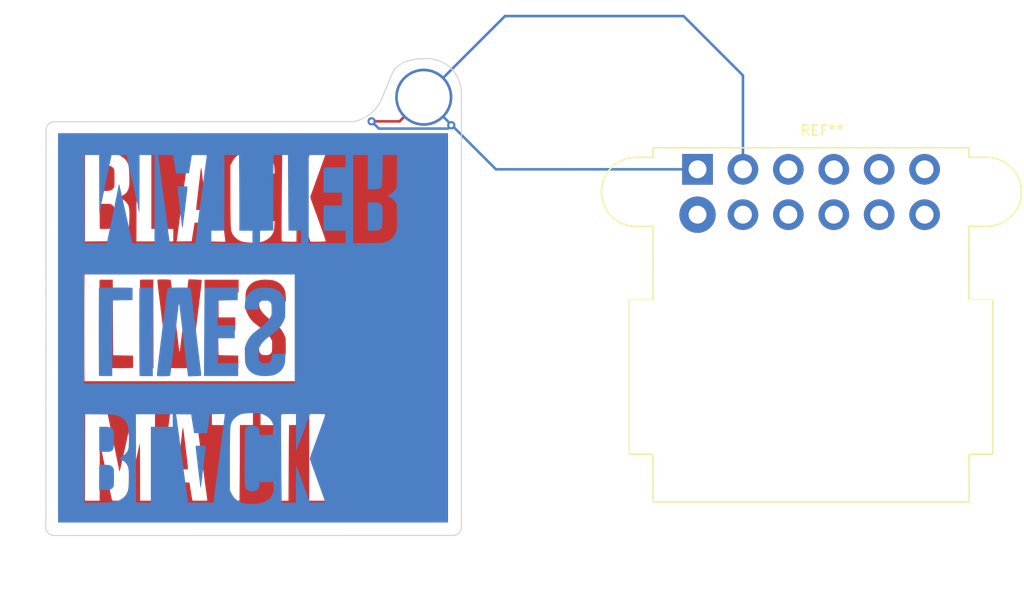
<source format=kicad_pcb>
(kicad_pcb (version 20201002) (generator pcbnew)

  (general
    (thickness 1.6)
  )

  (paper "A4")
  (layers
    (0 "F.Cu" signal)
    (31 "B.Cu" signal)
    (32 "B.Adhes" user "B.Adhesive")
    (33 "F.Adhes" user "F.Adhesive")
    (34 "B.Paste" user)
    (35 "F.Paste" user)
    (36 "B.SilkS" user "B.Silkscreen")
    (37 "F.SilkS" user "F.Silkscreen")
    (38 "B.Mask" user)
    (39 "F.Mask" user)
    (40 "Dwgs.User" user "User.Drawings")
    (41 "Cmts.User" user "User.Comments")
    (42 "Eco1.User" user "User.Eco1")
    (43 "Eco2.User" user "User.Eco2")
    (44 "Edge.Cuts" user)
    (45 "Margin" user)
    (46 "B.CrtYd" user "B.Courtyard")
    (47 "F.CrtYd" user "F.Courtyard")
    (48 "B.Fab" user)
    (49 "F.Fab" user)
  )

  (setup
    (stackup
      (layer "F.SilkS" (type "Top Silk Screen"))
      (layer "F.Paste" (type "Top Solder Paste"))
      (layer "F.Mask" (type "Top Solder Mask") (color "Green") (thickness 0.01))
      (layer "F.Cu" (type "copper") (thickness 0.035))
      (layer "dielectric 1" (type "core") (thickness 1.51) (material "FR4") (epsilon_r 4.5) (loss_tangent 0.02))
      (layer "B.Cu" (type "copper") (thickness 0.035))
      (layer "B.Mask" (type "Bottom Solder Mask") (color "Green") (thickness 0.01))
      (layer "B.Paste" (type "Bottom Solder Paste"))
      (layer "B.SilkS" (type "Bottom Silk Screen"))
      (copper_finish "None")
      (dielectric_constraints no)
    )
    (pcbplotparams
      (layerselection 0x00010fc_ffffffff)
      (disableapertmacros false)
      (usegerberextensions false)
      (usegerberattributes true)
      (usegerberadvancedattributes true)
      (creategerberjobfile true)
      (svguseinch false)
      (svgprecision 6)
      (excludeedgelayer true)
      (plotframeref false)
      (viasonmask false)
      (mode 1)
      (useauxorigin false)
      (hpglpennumber 1)
      (hpglpenspeed 20)
      (hpglpendiameter 15.000000)
      (psnegative false)
      (psa4output false)
      (plotreference true)
      (plotvalue true)
      (plotinvisibletext false)
      (sketchpadsonfab false)
      (subtractmaskfromsilk false)
      (outputformat 1)
      (mirror false)
      (drillshape 0)
      (scaleselection 1)
      (outputdirectory "gerbers/keychain-blm_1_5_round")
    )
  )


  (net 0 "")

  (module "art:blm-1-5-inch-f-cu" (layer "F.Cu") (tedit 0) (tstamp d0883450-8e26-4762-bc4a-3798f21c4800)
    (at 148.0058 98.6028)
    (attr through_hole)
    (fp_text reference "G***" (at 0 0) (layer "F.SilkS") hide
      (effects (font (size 1.524 1.524) (thickness 0.3)))
      (tstamp 8b642281-845a-4a2b-bba5-3a3f019c6dfd)
    )
    (fp_text value "LOGO" (at 0.75 0) (layer "F.SilkS") hide
      (effects (font (size 1.524 1.524) (thickness 0.3)))
      (tstamp 0c5dc356-6581-483d-8590-b803f19cd95e)
    )
    (fp_poly (pts (xy -6.865826 9.820248)
      (xy -6.851526 9.903167)
      (xy -6.831569 10.038322)
      (xy -6.805857 10.226494)
      (xy -6.77429 10.468464)
      (xy -6.73677 10.765014)
      (xy -6.693197 11.116926)
      (xy -6.643473 11.524979)
      (xy -6.587498 11.989955)
      (xy -6.525174 12.512636)
      (xy -6.463036 13.037574)
      (xy -6.442622 13.219916)
      (xy -6.425116 13.394145)
      (xy -6.411762 13.546431)
      (xy -6.403805 13.662946)
      (xy -6.40211 13.715007)
      (xy -6.40211 13.876201)
      (xy -7.363243 13.876201)
      (xy -7.346542 13.61565)
      (xy -7.340312 13.543298)
      (xy -7.327769 13.418539)
      (xy -7.309684 13.248097)
      (xy -7.286831 13.038696)
      (xy -7.259981 12.797061)
      (xy -7.229908 12.529915)
      (xy -7.197384 12.243984)
      (xy -7.163182 11.945991)
      (xy -7.128075 11.64266)
      (xy -7.092835 11.340717)
      (xy -7.058235 11.046884)
      (xy -7.025048 10.767887)
      (xy -6.994046 10.510449)
      (xy -6.966001 10.281294)
      (xy -6.941688 10.087148)
      (xy -6.935728 10.040554)
      (xy -6.917833 9.923155)
      (xy -6.899137 9.836414)
      (xy -6.882336 9.791424)
      (xy -6.874568 9.788785)) (layer "F.Cu") (width 0) (tstamp 13f1f407-991c-4745-bb7d-5ca1ff14d2b8))
    (fp_poly (pts (xy 1.384816 -4.709039)
      (xy 1.64122 -4.689697)
      (xy 1.872871 -4.656989)
      (xy 1.997546 -4.629931)
      (xy 2.28445 -4.528352)
      (xy 2.539851 -4.381802)
      (xy 2.757798 -4.194812)
      (xy 2.932336 -3.97191)
      (xy 2.986794 -3.877296)
      (xy 3.051098 -3.746697)
      (xy 3.098574 -3.627389)
      (xy 3.132365 -3.505088)
      (xy 3.155616 -3.365511)
      (xy 3.17147 -3.194375)
      (xy 3.182637 -2.987368)
      (xy 3.201055 -2.565241)
      (xy 3.115445 -2.548154)
      (xy 3.058257 -2.542572)
      (xy 2.953108 -2.537754)
      (xy 2.811589 -2.534022)
      (xy 2.645294 -2.531697)
      (xy 2.499694 -2.531067)
      (xy 2.299003 -2.532055)
      (xy 2.150167 -2.535397)
      (xy 2.045513 -2.541659)
      (xy 1.977367 -2.551408)
      (xy 1.938057 -2.565211)
      (xy 1.927279 -2.57334)
      (xy 1.90249 -2.625385)
      (xy 1.8808 -2.720343)
      (xy 1.866885 -2.831763)
      (xy 1.832629 -3.041727)
      (xy 1.767539 -3.204347)
      (xy 1.668942 -3.324757)
      (xy 1.577464 -3.38726)
      (xy 1.505451 -3.421786)
      (xy 1.436814 -3.442039)
      (xy 1.353266 -3.45079)
      (xy 1.236516 -3.450814)
      (xy 1.171455 -3.448829)
      (xy 1.038939 -3.442698)
      (xy 0.949264 -3.432593)
      (xy 0.885719 -3.414176)
      (xy 0.831592 -3.383111)
      (xy 0.787485 -3.349196)
      (xy 0.709853 -3.282001)
      (xy 0.652485 -3.217256)
      (xy 0.61258 -3.144724)
      (xy 0.587337 -3.054165)
      (xy 0.573953 -2.935343)
      (xy 0.569628 -2.778018)
      (xy 0.571559 -2.571953)
      (xy 0.571758 -2.560844)
      (xy 0.575432 -2.378303)
      (xy 0.580047 -2.243246)
      (xy 0.587422 -2.143609)
      (xy 0.599373 -2.067329)
      (xy 0.617717 -2.002341)
      (xy 0.644273 -1.936582)
      (xy 0.676141 -1.86794)
      (xy 0.759326 -1.708141)
      (xy 0.854571 -1.558933)
      (xy 0.968046 -1.413919)
      (xy 1.10592 -1.266702)
      (xy 1.274363 -1.110885)
      (xy 1.479545 -0.94007)
      (xy 1.727636 -0.74786)
      (xy 1.831301 -0.670217)
      (xy 2.130375 -0.437511)
      (xy 2.380648 -0.218514)
      (xy 2.588824 -0.005359)
      (xy 2.76161 0.209824)
      (xy 2.905713 0.434902)
      (xy 3.027838 0.677743)
      (xy 3.075067 0.789097)
      (xy 3.171278 1.027315)
      (xy 3.180161 1.780295)
      (xy 3.182373 2.030104)
      (xy 3.18222 2.228785)
      (xy 3.179366 2.384729)
      (xy 3.173472 2.506328)
      (xy 3.164201 2.601974)
      (xy 3.151216 2.680058)
      (xy 3.14244 2.718278)
      (xy 3.04017 3.014991)
      (xy 2.892762 3.272906)
      (xy 2.700488 3.491756)
      (xy 2.463622 3.671273)
      (xy 2.182437 3.811188)
      (xy 1.95041 3.887876)
      (xy 1.823502 3.912238)
      (xy 1.652763 3.930895)
      (xy 1.453678 3.943488)
      (xy 1.241729 3.949658)
      (xy 1.0324 3.949049)
      (xy 0.841175 3.9413)
      (xy 0.683537 3.926054)
      (xy 0.636048 3.918294)
      (xy 0.388273 3.862267)
      (xy 0.183966 3.793743)
      (xy 0.007242 3.705145)
      (xy -0.157782 3.588892)
      (xy -0.282142 3.4802)
      (xy -0.473483 3.262465)
      (xy -0.619778 3.013103)
      (xy -0.715381 2.742988)
      (xy -0.744165 2.590621)
      (xy -0.760555 2.441677)
      (xy -0.772502 2.285564)
      (xy -0.779679 2.134623)
      (xy -0.781761 2.001192)
      (xy -0.778424 1.897609)
      (xy -0.769342 1.836215)
      (xy -0.764298 1.826495)
      (xy -0.726383 1.816961)
      (xy -0.639967 1.808615)
      (xy -0.516009 1.801603)
      (xy -0.365467 1.796072)
      (xy -0.199302 1.792165)
      (xy -0.028473 1.790029)
      (xy 0.136061 1.78981)
      (xy 0.28334 1.791653)
      (xy 0.402405 1.795703)
      (xy 0.482297 1.802107)
      (xy 0.511263 1.809552)
      (xy 0.527233 1.851068)
      (xy 0.544229 1.936056)
      (xy 0.559277 2.048568)
      (xy 0.563224 2.088096)
      (xy 0.588106 2.270431)
      (xy 0.628157 2.406573)
      (xy 0.689063 2.50912)
      (xy 0.776511 2.590673)
      (xy 0.796333 2.604656)
      (xy 0.853005 2.639467)
      (xy 0.909409 2.661574)
      (xy 0.981014 2.673804)
      (xy 1.083293 2.678983)
      (xy 1.208423 2.679953)
      (xy 1.347579 2.678889)
      (xy 1.442727 2.67358)
      (xy 1.509403 2.660846)
      (xy 1.563146 2.63751)
      (xy 1.619491 2.600395)
      (xy 1.628246 2.594082)
      (xy 1.701862 2.535506)
      (xy 1.756929 2.474776)
      (xy 1.796079 2.40234)
      (xy 1.821946 2.308648)
      (xy 1.837164 2.184149)
      (xy 1.844368 2.019291)
      (xy 1.84619 1.804524)
      (xy 1.84619 1.308712)
      (xy 1.74438 1.108459)
      (xy 1.644728 0.931657)
      (xy 1.528146 0.764003)
      (xy 1.388126 0.598733)
      (xy 1.218158 0.429085)
      (xy 1.011732 0.248293)
      (xy 0.762339 0.049596)
      (xy 0.625322 -0.054226)
      (xy 0.466795 -0.174635)
      (xy 0.31162 -0.295828)
      (xy 0.171359 -0.408534)
      (xy 0.057574 -0.50348)
      (xy -0.010936 -0.564469)
      (xy -0.259226 -0.837896)
      (xy -0.466031 -1.15063)
      (xy -0.633152 -1.505623)
      (xy -0.70152 -1.69719)
      (xy -0.781707 -1.944893)
      (xy -0.767147 -2.692083)
      (xy -0.762312 -2.924936)
      (xy -0.757431 -3.107107)
      (xy -0.751672 -3.247466)
      (xy -0.744206 -3.35488)
      (xy -0.734201 -3.438217)
      (xy -0.720827 -3.506347)
      (xy -0.703253 -3.568136)
      (xy -0.680648 -3.632454)
      (xy -0.678533 -3.638147)
      (xy -0.548182 -3.917737)
      (xy -0.38086 -4.153447)
      (xy -0.174893 -4.34642)
      (xy 0.071392 -4.497798)
      (xy 0.359669 -4.608724)
      (xy 0.691611 -4.680339)
      (xy 0.88034 -4.702276)
      (xy 1.124306 -4.713678)) (layer "F.Cu") (width 0) (tstamp 20cb6bbb-66f3-4fa2-9cf8-6192ac091bef))
    (fp_poly (pts (xy -5.693975 -4.722135)
      (xy -5.507806 -4.71473)
      (xy -5.34193 -4.706214)
      (xy -5.205542 -4.697214)
      (xy -5.107837 -4.688362)
      (xy -5.058009 -4.680285)
      (xy -5.053974 -4.678336)
      (xy -5.049711 -4.673355)
      (xy -5.046302 -4.665388)
      (xy -5.044084 -4.651439)
      (xy -5.043398 -4.628507)
      (xy -5.044583 -4.593596)
      (xy -5.047978 -4.543707)
      (xy -5.053922 -4.475842)
      (xy -5.062753 -4.387002)
      (xy -5.074812 -4.274189)
      (xy -5.090438 -4.134405)
      (xy -5.109969 -3.964652)
      (xy -5.133744 -3.761931)
      (xy -5.162104 -3.523244)
      (xy -5.195386 -3.245593)
      (xy -5.233931 -2.925979)
      (xy -5.278077 -2.561405)
      (xy -5.328163 -2.148872)
      (xy -5.384529 -1.685382)
      (xy -5.447513 -1.167936)
      (xy -5.497268 -0.75932)
      (xy -5.552439 -0.306242)
      (xy -5.606897 0.140978)
      (xy -5.660053 0.577501)
      (xy -5.711316 0.998485)
      (xy -5.760097 1.39909)
      (xy -5.805807 1.774473)
      (xy -5.847857 2.119795)
      (xy -5.885656 2.430214)
      (xy -5.918616 2.70089)
      (xy -5.946147 2.926981)
      (xy -5.967659 3.103647)
      (xy -5.982563 3.226047)
      (xy -5.982588 3.226251)
      (xy -6.01382 3.47221)
      (xy -6.040921 3.662159)
      (xy -6.064484 3.799456)
      (xy -6.085099 3.887458)
      (xy -6.10336 3.929523)
      (xy -6.107213 3.933005)
      (xy -6.147612 3.94033)
      (xy -6.238414 3.94649)
      (xy -6.37152 3.951498)
      (xy -6.538829 3.955366)
      (xy -6.73224 3.958106)
      (xy -6.943654 3.95973)
      (xy -7.16497 3.960251)
      (xy -7.388086 3.959681)
      (xy -7.604904 3.958032)
      (xy -7.807321 3.955316)
      (xy -7.987239 3.951547)
      (xy -8.136556 3.946735)
      (xy -8.247172 3.940893)
      (xy -8.310986 3.934034)
      (xy -8.32333 3.929648)
      (xy -8.330228 3.913277)
      (xy -8.338324 3.882938)
      (xy -8.348023 3.835565)
      (xy -8.359729 3.76809)
      (xy -8.373846 3.677446)
      (xy -8.390779 3.560566)
      (xy -8.410933 3.414384)
      (xy -8.434712 3.235832)
      (xy -8.46252 3.021843)
      (xy -8.494763 2.769349)
      (xy -8.531843 2.475285)
      (xy -8.574166 2.136583)
      (xy -8.622137 1.750176)
      (xy -8.676159 1.312996)
      (xy -8.736638 0.821977)
      (xy -8.784605 0.43177)
      (xy -8.862993 -0.206523)
      (xy -8.934382 -0.788338)
      (xy -8.999084 -1.316301)
      (xy -9.057412 -1.793038)
      (xy -9.109677 -2.221174)
      (xy -9.156193 -2.603336)
      (xy -9.197271 -2.942149)
      (xy -9.233223 -3.24024)
      (xy -9.264362 -3.500234)
      (xy -9.291 -3.724758)
      (xy -9.313448 -3.916436)
      (xy -9.33202 -4.077896)
      (xy -9.347027 -4.211763)
      (xy -9.358782 -4.320663)
      (xy -9.367597 -4.407222)
      (xy -9.373784 -4.474066)
      (xy -9.377655 -4.523821)
      (xy -9.379522 -4.559112)
      (xy -9.379811 -4.574531)
      (xy -9.3757 -4.653753)
      (xy -9.354726 -4.69316)
      (xy -9.303994 -4.712359)
      (xy -9.286782 -4.715973)
      (xy -9.214082 -4.723691)
      (xy -9.09604 -4.728774)
      (xy -8.946806 -4.73131)
      (xy -8.78053 -4.731383)
      (xy -8.611361 -4.729077)
      (xy -8.45345 -4.724479)
      (xy -8.320947 -4.717673)
      (xy -8.23445 -4.709642)
      (xy -8.145578 -4.694653)
      (xy -8.098083 -4.671856)
      (xy -8.074014 -4.628266)
      (xy -8.063117 -4.585698)
      (xy -8.056093 -4.54047)
      (xy -8.042797 -4.440706)
      (xy -8.023787 -4.291034)
      (xy -7.999623 -4.096079)
      (xy -7.970866 -3.860467)
      (xy -7.938075 -3.588825)
      (xy -7.90181 -3.285778)
      (xy -7.862631 -2.955953)
      (xy -7.821098 -2.603975)
      (xy -7.777771 -2.234471)
      (xy -7.75678 -2.054631)
      (xy -7.687809 -1.462852)
      (xy -7.625394 -0.927392)
      (xy -7.56919 -0.445419)
      (xy -7.518849 -0.014099)
      (xy -7.474026 0.369401)
      (xy -7.434374 0.707915)
      (xy -7.399548 1.004277)
      (xy -7.3692 1.261319)
      (xy -7.342986 1.481875)
      (xy -7.320558 1.668778)
      (xy -7.301571 1.824862)
      (xy -7.285678 1.952961)
      (xy -7.272533 2.055906)
      (xy -7.261791 2.136533)
      (xy -7.253104 2.197674)
      (xy -7.246126 2.242163)
      (xy -7.240512 2.272833)
      (xy -7.235915 2.292518)
      (xy -7.231989 2.30405)
      (xy -7.228388 2.310264)
      (xy -7.224765 2.313993)
      (xy -7.222782 2.315865)
      (xy -7.194708 2.320924)
      (xy -7.193868 2.320144)
      (xy -7.188881 2.289549)
      (xy -7.177434 2.203488)
      (xy -7.159971 2.065648)
      (xy -7.136939 1.879716)
      (xy -7.108779 1.649381)
      (xy -7.075938 1.378328)
      (xy -7.03886 1.070245)
      (xy -6.997988 0.728819)
      (xy -6.953768 0.357738)
      (xy -6.906644 -0.039312)
      (xy -6.857059 -0.458644)
      (xy -6.805459 -0.896569)
      (xy -6.777295 -1.136231)
      (xy -6.724526 -1.584143)
      (xy -6.673241 -2.016461)
      (xy -6.623906 -2.429399)
      (xy -6.576991 -2.819169)
      (xy -6.532963 -3.181985)
      (xy -6.492288 -3.51406)
      (xy -6.455435 -3.811607)
      (xy -6.422872 -4.070841)
      (xy -6.395066 -4.287973)
      (xy -6.372484 -4.459217)
      (xy -6.355595 -4.580787)
      (xy -6.344865 -4.648895)
      (xy -6.341938 -4.661765)
      (xy -6.310927 -4.743332)) (layer "F.Cu") (width 0) (tstamp 28ae0f95-7b0a-4dce-9452-ec6bcb9534c4))
    (fp_poly (pts (xy 19.057444 19.057444)
      (xy -19.057444 19.057444)
      (xy -19.057444 16.944324)
      (xy -9.263625 16.944324)
      (xy -8.540078 16.936347)
      (xy -7.81653 16.92837)
      (xy -7.66168 16.049941)
      (xy -7.62271 15.828422)
      (xy -7.587238 15.625927)
      (xy -7.556551 15.449874)
      (xy -7.531938 15.307679)
      (xy -7.514684 15.20676)
      (xy -7.506078 15.154534)
      (xy -7.50535 15.149179)
      (xy -7.474909 15.136797)
      (xy -7.386438 15.12973)
      (xy -7.241226 15.127982)
      (xy -7.040559 15.131556)
      (xy -6.785727 15.140459)
      (xy -6.654511 15.146169)
      (xy -6.236923 15.165274)
      (xy -6.108382 16.002156)
      (xy -6.074633 16.220505)
      (xy -6.043197 16.421286)
      (xy -6.015359 16.596479)
      (xy -5.992409 16.738066)
      (xy -5.975634 16.83803)
      (xy -5.966321 16.888351)
      (xy -5.96564 16.891149)
      (xy -5.957111 16.907445)
      (xy -5.93685 16.919961)
      (xy -5.897843 16.929188)
      (xy -5.833075 16.935621)
      (xy -5.735532 16.93975)
      (xy -5.598198 16.94207)
      (xy -5.414059 16.943073)
      (xy -5.223902 16.943259)
      (xy -4.986907 16.9426)
      (xy -4.803832 16.940429)
      (xy -4.669053 16.936455)
      (xy -4.576949 16.930388)
      (xy -4.521897 16.921935)
      (xy -4.498274 16.910806)
      (xy -4.496366 16.905593)
      (xy -4.500374 16.866804)
      (xy -4.51165 16.77745)
      (xy -4.529069 16.645927)
      (xy -4.551506 16.480631)
      (xy -4.577836 16.289956)
      (xy -4.601067 16.12394)
      (xy -4.627035 15.937392)
      (xy -4.659366 15.701856)
      (xy -4.696702 15.427394)
      (xy -4.737688 15.124071)
      (xy -4.780967 14.80195)
      (xy -4.825181 14.471094)
      (xy -4.868974 14.141567)
      (xy -4.900115 13.905979)
      (xy -4.946763 13.552329)
      (xy -4.998073 13.163584)
      (xy -5.052084 12.75458)
      (xy -5.106835 12.340159)
      (xy -5.160367 11.935158)
      (xy -5.210718 11.554416)
      (xy -5.255928 11.212773)
      (xy -5.269944 11.106917)
      (xy -5.310034 10.802772)
      (xy -5.350685 10.491744)
      (xy -5.390566 10.184204)
      (xy -5.428345 9.890521)
      (xy -5.462689 9.621067)
      (xy -5.492267 9.386212)
      (xy -5.515747 9.196327)
      (xy -5.522373 9.141618)
      (xy -5.545975 8.946754)
      (xy -5.568143 8.766548)
      (xy -5.587581 8.611308)
      (xy -5.602995 8.491344)
      (xy -5.613089 8.416965)
      (xy -5.614959 8.404631)
      (xy -5.6306 8.307854)
      (xy -4.049707 8.307854)
      (xy -4.049707 9.527538)
      (xy -3.41694 9.535574)
      (xy -2.784174 9.543611)
      (xy -2.769052 16.943259)
      (xy -1.349752 16.943259)
      (xy -1.330001 15.000293)
      (xy -1.32621 14.594601)
      (xy -1.322657 14.150947)
      (xy -1.319413 13.682534)
      (xy -1.316547 13.202565)
      (xy -1.314131 12.724243)
      (xy -1.312234 12.26077)
      (xy -1.310928 11.82535)
      (xy -1.310282 11.431186)
      (xy -1.310225 11.293024)
      (xy -1.310199 9.528722)
      (xy -0.029777 9.528722)
      (xy -0.029777 8.307854)
      (xy 0.714654 8.307854)
      (xy 0.714654 9.527561)
      (xy 1.362309 9.535586)
      (xy 2.009965 9.543611)
      (xy 2.017525 13.243435)
      (xy 2.025086 16.943259)
      (xy 3.446189 16.943259)
      (xy 3.468213 13.258323)
      (xy 3.47109 12.794649)
      (xy 3.474072 12.347478)
      (xy 3.477123 11.920423)
      (xy 3.480211 11.517097)
      (xy 3.483298 11.141111)
      (xy 3.486353 10.796079)
      (xy 3.489338 10.485614)
      (xy 3.492221 10.213328)
      (xy 3.494966 9.982833)
      (xy 3.497538 9.797743)
      (xy 3.499904 9.66167)
      (xy 3.502028 9.578226)
      (xy 3.503733 9.551055)
      (xy 3.536246 9.544321)
      (xy 3.619232 9.538401)
      (xy 3.743611 9.533621)
      (xy 3.900303 9.530307)
      (xy 4.080228 9.528785)
      (xy 4.125907 9.528722)
      (xy 4.734584 9.528722)
      (xy 4.734584 8.307854)
      (xy 5.479015 8.307854)
      (xy 5.479015 16.943259)
      (xy 9.082063 16.943259)
      (xy 9.826495 16.943259)
      (xy 11.255803 16.943259)
      (xy 11.255803 13.572308)
      (xy 11.739683 13.583795)
      (xy 11.966784 13.59224)
      (xy 12.144062 13.607096)
      (xy 12.281115 13.630825)
      (xy 12.387545 13.665885)
      (xy 12.472949 13.714735)
      (xy 12.546928 13.779835)
      (xy 12.560301 13.794044)
      (xy 12.586691 13.828208)
      (xy 12.609237 13.872037)
      (xy 12.628332 13.930405)
      (xy 12.644366 14.008189)
      (xy 12.657732 14.110262)
      (xy 12.668822 14.241501)
      (xy 12.678027 14.406779)
      (xy 12.685741 14.610973)
      (xy 12.692353 14.858957)
      (xy 12.698257 15.155606)
      (xy 12.703844 15.505796)
      (xy 12.705146 15.595838)
      (xy 12.724335 16.943259)
      (xy 14.116913 16.943259)
      (xy 14.108222 15.387397)
      (xy 14.099531 13.831536)
      (xy 14.016326 13.6621)
      (xy 13.922567 13.51482)
      (xy 13.790109 13.364121)
      (xy 13.634497 13.223803)
      (xy 13.471277 13.107665)
      (xy 13.315995 13.029506)
      (xy 13.295545 13.022305)
      (xy 13.233397 12.990752)
      (xy 13.206258 12.955119)
      (xy 13.206213 12.95387)
      (xy 13.211643 12.927843)
      (xy 13.234977 12.902905)
      (xy 13.286779 12.872121)
      (xy 13.377613 12.828556)
      (xy 13.440734 12.799918)
      (xy 13.593987 12.709431)
      (xy 13.749929 12.58094)
      (xy 13.890378 12.432006)
      (xy 13.997154 12.280192)
      (xy 14.016509 12.24374)
      (xy 14.099531 12.074677)
      (xy 14.108953 10.961248)
      (xy 14.111228 10.632732)
      (xy 14.11157 10.357173)
      (xy 14.109316 10.127989)
      (xy 14.103805 9.938596)
      (xy 14.094376 9.78241)
      (xy 14.080367 9.652849)
      (xy 14.061117 9.543328)
      (xy 14.035965 9.447266)
      (xy 14.004249 9.358077)
      (xy 13.965307 9.26918)
      (xy 13.932122 9.201053)
      (xy 13.776616 8.955612)
      (xy 13.574226 8.746716)
      (xy 13.3253 8.574636)
      (xy 13.030185 8.439641)
      (xy 12.89334 8.394304)
      (xy 12.839668 8.378876)
      (xy 12.787093 8.365958)
      (xy 12.729819 8.355271)
      (xy 12.662045 8.346537)
      (xy 12.577973 8.339476)
      (xy 12.471804 8.333811)
      (xy 12.337739 8.329262)
      (xy 12.16998 8.325551)
      (xy 11.962728 8.322399)
      (xy 11.710184 8.319529)
      (xy 11.40655 8.31666)
      (xy 11.248359 8.315267)
      (xy 9.826495 8.302883)
      (xy 9.826495 16.943259)
      (xy 9.082063 16.943259)
      (xy 9.082063 15.756253)
      (xy 8.027415 15.746766)
      (xy 7.782197 15.74389)
      (xy 7.555787 15.739945)
      (xy 7.355093 15.735151)
      (xy 7.187028 15.729728)
      (xy 7.0585 15.723896)
      (xy 6.976419 15.717873)
      (xy 6.947989 15.71249)
      (xy 6.942617 15.67825)
      (xy 6.937645 15.59088)
      (xy 6.933202 15.456802)
      (xy 6.929419 15.28244)
      (xy 6.926422 15.074216)
      (xy 6.924341 14.838553)
      (xy 6.923305 14.581875)
      (xy 6.923212 14.476734)
      (xy 6.923212 13.265768)
      (xy 8.724736 13.250006)
      (xy 8.724736 12.000234)
      (xy 6.944292 12.000234)
      (xy 6.922815 11.570618)
      (xy 6.917828 11.41777)
      (xy 6.91538 11.219733)
      (xy 6.915418 10.990814)
      (xy 6.917894 10.745323)
      (xy 6.922755 10.497568)
      (xy 6.927164 10.342306)
      (xy 6.952989 9.543611)
      (xy 8.017526 9.53579)
      (xy 9.082063 9.52797)
      (xy 9.082063 8.307854)
      (xy 5.479015 8.307854)
      (xy 4.734584 8.307854)
      (xy 0.714654 8.307854)
      (xy -0.029777 8.307854)
      (xy -4.049707 8.307854)
      (xy -5.6306 8.307854)
      (xy -8.125542 8.307854)
      (xy -8.143145 8.434408)
      (xy -8.150233 8.487525)
      (xy -8.16415 8.593774)
      (xy -8.184126 8.74722)
      (xy -8.209392 8.941928)
      (xy -8.239179 9.171961)
      (xy -8.272719 9.431385)
      (xy -8.309242 9.714264)
      (xy -8.34798 10.014662)
      (xy -8.367856 10.168933)
      (xy -8.418675 10.563368)
      (xy -8.462567 10.903731)
      (xy -8.500189 11.19502)
      (xy -8.532198 11.442234)
      (xy -8.559249 11.650369)
      (xy -8.581998 11.824425)
      (xy -8.601103 11.969399)
      (xy -8.617218 12.090289)
      (xy -8.631 12.192093)
      (xy -8.643106 12.27981)
      (xy -8.654192 12.358436)
      (xy -8.664913 12.432971)
      (xy -8.666936 12.446893)
      (xy -8.677105 12.520086)
      (xy -8.69384 12.64449)
      (xy -8.716107 12.812251)
      (xy -8.742871 13.015512)
      (xy -8.7731 13.246418)
      (xy -8.805758 13.497112)
      (xy -8.839812 13.759739)
      (xy -8.843321 13.78687)
      (xy -8.877626 14.051821)
      (xy -8.910754 14.306977)
      (xy -8.941646 14.544235)
      (xy -8.969243 14.755492)
      (xy -8.992487 14.932646)
      (xy -9.010318 15.067593)
      (xy -9.021679 15.152231)
      (xy -9.022282 15.156623)
      (xy -9.035239 15.252505)
      (xy -9.054221 15.395263)
      (xy -9.077623 15.572709)
      (xy -9.103839 15.772655)
      (xy -9.131265 15.982914)
      (xy -9.141909 16.06483)
      (xy -9.168179 16.265982)
      (xy -9.192826 16.452405)
      (xy -9.214526 16.614261)
      (xy -9.231953 16.741708)
      (xy -9.243783 16.824906)
      (xy -9.247216 16.847016)
      (xy -9.263625 16.944324)
      (xy -19.057444 16.944324)
      (xy -19.057444 16.943259)
      (xy -16.467023 16.943259)
      (xy -15.037811 16.943259)
      (xy -15.030219 14.065981)
      (xy -15.022626 11.188704)
      (xy -14.432192 14.013871)
      (xy -14.348199 14.415591)
      (xy -14.267477 14.80132)
      (xy -14.19088 15.166996)
      (xy -14.119263 15.508557)
      (xy -14.053479 15.82194)
      (xy -13.994383 16.103085)
      (xy -13.942828 16.347928)
      (xy -13.899669 16.552407)
      (xy -13.86576 16.712461)
      (xy -13.841955 16.824028)
      (xy -13.829108 16.883045)
      (xy -13.827196 16.891149)
      (xy -13.818535 16.907466)
      (xy -13.798136 16.919992)
      (xy -13.758973 16.929223)
      (xy -13.694017 16.935652)
      (xy -13.59624 16.939774)
      (xy -13.458614 16.942085)
      (xy -13.274111 16.943079)
      (xy -13.087105 16.943259)
      (xy -12.859793 16.942962)
      (xy -12.684994 16.941743)
      (xy -12.555669 16.939105)
      (xy -12.464778 16.934555)
      (xy -12.405281 16.927596)
      (xy -12.370138 16.917736)
      (xy -12.35231 16.904478)
      (xy -12.345801 16.891149)
      (xy -12.337256 16.855088)
      (xy -12.316868 16.764981)
      (xy -12.285551 16.624956)
      (xy -12.244217 16.439137)
      (xy -12.193779 16.211653)
      (xy -12.135149 15.94663)
      (xy -12.06924 15.648194)
      (xy -11.996965 15.320472)
      (xy -11.919237 14.967591)
      (xy -11.836969 14.593678)
      (xy -11.751072 14.202859)
      (xy -11.731647 14.11442)
      (xy -11.644838 13.719427)
      (xy -11.561275 13.339738)
      (xy -11.481889 12.979552)
      (xy -11.407611 12.643071)
      (xy -11.339372 12.334497)
      (xy -11.278104 12.058031)
      (xy -11.224737 11.817873)
      (xy -11.180204 11.618227)
      (xy -11.145436 11.463292)
      (xy -11.121363 11.35727)
      (xy -11.108917 11.304363)
      (xy -11.107889 11.300469)
      (xy -11.104074 11.316021)
      (xy -11.100409 11.387696)
      (xy -11.096929 11.512063)
      (xy -11.093669 11.685691)
      (xy -11.090664 11.905149)
      (xy -11.087947 12.167005)
      (xy -11.085555 12.467829)
      (xy -11.08352 12.804189)
      (xy -11.081879 13.172654)
      (xy -11.080666 13.569793)
      (xy -11.079915 13.992175)
      (xy -11.079825 14.077198)
      (xy -11.07714 16.943259)
      (xy -9.618054 16.943259)
      (xy -9.618054 8.268883)
      (xy -10.696858 8.290228)
      (xy -10.943827 8.295261)
      (xy -11.171105 8.300176)
      (xy -11.372039 8.304805)
      (xy -11.539978 8.308985)
      (xy -11.66827 8.312549)
      (xy -11.750265 8.315333)
      (xy -11.779306 8.317158)
      (xy -11.786125 8.346375)
      (xy -11.804952 8.429789)
      (xy -11.834907 8.563456)
      (xy -11.875111 8.74343)
      (xy -11.924688 8.965765)
      (xy -11.982757 9.226516)
      (xy -12.048441 9.521736)
      (xy -12.12086 9.84748)
      (xy -12.199138 10.199803)
      (xy -12.282394 10.574758)
      (xy -12.369751 10.968401)
      (xy -12.413688 11.166471)
      (xy -12.523654 11.661861)
      (xy -12.621551 12.10193)
      (xy -12.708047 12.489536)
      (xy -12.783811 12.827535)
      (xy -12.849513 13.118783)
      (xy -12.905821 13.366137)
      (xy -12.953405 13.572452)
      (xy -12.992934 13.740585)
      (xy -13.025076 13.873393)
      (xy -13.0505 13.973731)
      (xy -13.069876 14.044457)
      (xy -13.083872 14.088426)
      (xy -13.093157 14.108495)
      (xy -13.098402 14.10752)
      (xy -13.099978 14.096667)
      (xy -13.106166 14.062713)
      (xy -13.123378 13.975277)
      (xy -13.150621 13.839203)
      (xy -13.186902 13.659341)
      (xy -13.231228 13.440535)
      (xy -13.282606 13.187632)
      (xy -13.340043 12.90548)
      (xy -13.402546 12.598925)
      (xy -13.469123 12.272813)
      (xy -13.538779 11.931991)
      (xy -13.610524 11.581306)
      (xy -13.683362 11.225604)
      (xy -13.756302 10.869732)
      (xy -13.828351 10.518536)
      (xy -13.898515 10.176864)
      (xy -13.965803 9.849562)
      (xy -14.029219 9.541476)
      (xy -14.087773 9.257453)
      (xy -14.140471 9.002339)
      (xy -14.18632 8.780982)
      (xy -14.224327 8.598228)
      (xy -14.253499 8.458924)
      (xy -14.272843 8.367915)
      (xy -14.281366 8.33005)
      (xy -14.281435 8.329818)
      (xy -14.288786 8.31609)
      (xy -14.305502 8.305063)
      (xy -14.337343 8.296502)
      (xy -14.390074 8.290172)
      (xy -14.469458 8.285836)
      (xy -14.581256 8.283259)
      (xy -14.731234 8.282206)
      (xy -14.925153 8.282442)
      (xy -15.168776 8.283731)
      (xy -15.374633 8.285152)
      (xy -16.451935 8.292966)
      (xy -16.459479 12.618112)
      (xy -16.467023 16.943259)
      (xy -19.057444 16.943259)
      (xy -19.057444 0.386551)
      (xy -16.540767 0.386551)
      (xy -16.540632 0.865302)
      (xy -16.540295 1.337276)
      (xy -16.539757 1.798681)
      (xy -16.539015 2.245723)
      (xy -16.53807 2.674607)
      (xy -16.536922 3.08154)
      (xy -16.535569 3.462728)
      (xy -16.53401 3.814379)
      (xy -16.532247 4.132697)
      (xy -16.530276 4.413889)
      (xy -16.528099 4.654162)
      (xy -16.525715 4.849722)
      (xy -16.523122 4.996775)
      (xy -16.520321 5.091528)
      (xy -16.517584 5.129132)
      (xy -16.493902 5.240797)
      (xy 4.109261 5.240797)
      (xy 4.109261 -5.449238)
      (xy -16.490725 -5.449238)
      (xy -16.515996 -5.099355)
      (xy -16.519006 -5.02813)
      (xy -16.521823 -4.902981)
      (xy -16.524448 -4.727703)
      (xy -16.52688 -4.50609)
      (xy -16.529118 -4.241934)
      (xy -16.531161 -3.93903)
      (xy -16.533009 -3.601172)
      (xy -16.534661 -3.232152)
      (xy -16.536118 -2.835766)
      (xy -16.537377 -2.415806)
      (xy -16.538439 -1.976066)
      (xy -16.539303 -1.52034)
      (xy -16.539968 -1.052422)
      (xy -16.540435 -0.576104)
      (xy -16.540701 -0.095183)
      (xy -16.540767 0.386551)
      (xy -19.057444 0.386551)
      (xy -19.057444 -8.451023)
      (xy -16.466823 -8.451023)
      (xy -16.007083 -8.455698)
      (xy -7.505265 -8.455698)
      (xy -6.767846 -8.463664)
      (xy -6.030426 -8.47163)
      (xy -6.005929 -8.635405)
      (xy -5.994364 -8.710782)
      (xy -5.975031 -8.834579)
      (xy -5.949569 -8.99641)
      (xy -5.919613 -9.185885)
      (xy -5.886802 -9.39262)
      (xy -5.864221 -9.534455)
      (xy -5.83211 -9.736531)
      (xy -5.803357 -9.918696)
      (xy -5.779225 -10.072842)
      (xy -5.760981 -10.190858)
      (xy -5.749887 -10.264634)
      (xy -5.747011 -10.286331)
      (xy -5.71867 -10.291215)
      (xy -5.639388 -10.29553)
      (xy -5.51778 -10.299052)
      (xy -5.362459 -10.301558)
      (xy -5.182039 -10.302823)
      (xy -5.109166 -10.302931)
      (xy -4.471321 -10.302931)
      (xy -4.454014 -10.221044)
      (xy -4.444775 -10.169936)
      (xy -4.427815 -10.068892)
      (xy -4.404582 -9.92682)
      (xy -4.376521 -9.752629)
      (xy -4.345081 -9.555227)
      (xy -4.317407 -9.379836)
      (xy -4.284285 -9.170007)
      (xy -4.253379 -8.97606)
      (xy -4.226129 -8.806887)
      (xy -4.203974 -8.671377)
      (xy -4.188354 -8.578419)
      (xy -4.181372 -8.539891)
      (xy -4.169241 -8.49794)
      (xy -4.145293 -8.472926)
      (xy -4.09567 -8.459388)
      (xy -4.006513 -8.451862)
      (xy -3.950842 -8.449031)
      (xy -3.845771 -8.445119)
      (xy -3.697317 -8.441092)
      (xy -3.52165 -8.437318)
      (xy -3.334941 -8.434162)
      (xy -3.238277 -8.43288)
      (xy -2.739508 -8.426964)
      (xy -2.739508 -8.496625)
      (xy -2.743247 -8.536177)
      (xy -2.754007 -8.629424)
      (xy -2.771104 -8.77101)
      (xy -2.793852 -8.955577)
      (xy -2.821566 -9.177766)
      (xy -2.85356 -9.432221)
      (xy -2.889151 -9.713584)
      (xy -2.927652 -10.016497)
      (xy -2.968378 -10.335602)
      (xy -3.010645 -10.665541)
      (xy -3.053768 -11.000958)
      (xy -3.09706 -11.336493)
      (xy -3.139838 -11.66679)
      (xy -3.181415 -11.986491)
      (xy -3.221107 -12.290238)
      (xy -3.258229 -12.572673)
      (xy -3.292095 -12.82844)
      (xy -3.322021 -13.052179)
      (xy -3.322714 -13.057327)
      (xy -3.341058 -13.194165)
      (xy -3.366166 -13.382421)
      (xy -3.397026 -13.614467)
      (xy -3.432627 -13.882676)
      (xy -3.471958 -14.17942)
      (xy -3.514008 -14.497072)
      (xy -3.557766 -14.828006)
      (xy -3.602219 -15.164592)
      (xy -3.628671 -15.365065)
      (xy -3.699507 -15.902137)
      (xy -2.233294 -15.902137)
      (xy -2.233222 -13.124867)
      (xy -2.232965 -12.589906)
      (xy -2.232149 -12.111001)
      (xy -2.230667 -11.684656)
      (xy -2.228409 -11.307376)
      (xy -2.225266 -10.975663)
      (xy -2.22113 -10.686021)
      (xy -2.215893 -10.434955)
      (xy -2.209444 -10.218967)
      (xy -2.201676 -10.034562)
      (xy -2.19248 -9.878243)
      (xy -2.181746 -9.746513)
      (xy -2.169366 -9.635878)
      (xy -2.155232 -9.542839)
      (xy -2.139234 -9.463902)
      (xy -2.121263 -9.39557)
      (xy -2.116717 -9.380591)
      (xy -2.026086 -9.177439)
      (xy -1.887064 -8.978569)
      (xy -1.710504 -8.794352)
      (xy -1.507257 -8.635156)
      (xy -1.288176 -8.511352)
      (xy -1.150588 -8.457378)
      (xy -0.972324 -8.413108)
      (xy -0.748694 -8.378467)
      (xy -0.493195 -8.354034)
      (xy -0.219323 -8.340387)
      (xy 0.059425 -8.338103)
      (xy 0.329552 -8.347761)
      (xy 0.577563 -8.369937)
      (xy 0.652781 -8.380181)
      (xy 0.943471 -8.449101)
      (xy 1.213347 -8.562381)
      (xy 1.456011 -8.714472)
      (xy 1.665065 -8.899824)
      (xy 1.834112 -9.112887)
      (xy 1.956754 -9.348111)
      (xy 1.99332 -9.473004)
      (xy 2.773509 -9.473004)
      (xy 2.773641 -9.205754)
      (xy 2.774279 -8.979525)
      (xy 2.775445 -8.798339)
      (xy 2.777159 -8.666216)
      (xy 2.779442 -8.587177)
      (xy 2.781119 -8.56677)
      (xy 2.788788 -8.528445)
      (xy 2.800228 -8.498545)
      (xy 2.822238 -8.475962)
      (xy 2.861619 -8.45959)
      (xy 2.925168 -8.448321)
      (xy 3.019685 -8.441049)
      (xy 3.151969 -8.436666)
      (xy 3.328819 -8.434065)
      (xy 3.557034 -8.432139)
      (xy 3.610492 -8.431729)
      (xy 4.22837 -8.426964)
      (xy 4.235815 -9.804162)
      (xy 4.237362 -10.103412)
      (xy 4.238764 -10.399597)
      (xy 4.239987 -10.684193)
      (xy 4.241002 -10.948676)
      (xy 4.241776 -11.184522)
      (xy 4.242278 -11.383207)
      (xy 4.242478 -11.536206)
      (xy 4.242434 -11.605022)
      (xy 4.243479 -11.753929)
      (xy 4.246911 -11.876881)
      (xy 4.252248 -11.964019)
      (xy 4.259009 -12.005485)
      (xy 4.262063 -12.007015)
      (xy 4.276533 -11.975218)
      (xy 4.309561 -11.89302)
      (xy 4.359088 -11.765892)
      (xy 4.423056 -11.599305)
      (xy 4.499406 -11.398731)
      (xy 4.58608 -11.169642)
      (xy 4.681019 -10.917507)
      (xy 4.782164 -10.6478)
      (xy 4.887458 -10.36599)
      (xy 4.994842 -10.077549)
      (xy 5.102256 -9.787948)
      (xy 5.207644 -9.50266)
      (xy 5.308945 -9.227154)
      (xy 5.345734 -9.126729)
      (xy 5.411629 -8.946821)
      (xy 5.471563 -8.783519)
      (xy 5.522172 -8.645954)
      (xy 5.560097 -8.54326)
      (xy 5.581975 -8.484568)
      (xy 5.584952 -8.47679)
      (xy 5.594919 -8.45981)
      (xy 5.614567 -8.446948)
      (xy 5.651046 -8.437775)
      (xy 5.711508 -8.431861)
      (xy 5.803104 -8.428777)
      (xy 5.932984 -8.428095)
      (xy 6.108299 -8.429384)
      (xy 6.329296 -8.432124)
      (xy 6.531228 -8.435705)
      (xy 6.713245 -8.440583)
      (xy 6.866924 -8.446398)
      (xy 6.983842 -8.452789)
      (xy 7.055577 -8.459395)
      (xy 7.074436 -8.463993)
      (xy 7.080065 -8.503524)
      (xy 7.068355 -8.57718)
      (xy 7.058852 -8.61288)
      (xy 7.034626 -8.688305)
      (xy 6.992324 -8.81325)
      (xy 6.934237 -8.981273)
      (xy 6.86266 -9.185932)
      (xy 6.779885 -9.420784)
      (xy 6.688205 -9.679388)
      (xy 6.589913 -9.9553)
      (xy 6.487302 -10.242079)
      (xy 6.382665 -10.533282)
      (xy 6.278296 -10.822466)
      (xy 6.176487 -11.103191)
      (xy 6.079531 -11.369013)
      (xy 6.022757 -11.523799)
      (xy 5.937653 -11.756471)
      (xy 5.857021 -11.979238)
      (xy 5.783772 -12.183885)
      (xy 5.720815 -12.362193)
      (xy 5.67106 -12.505947)
      (xy 5.637419 -12.606931)
      (xy 5.626319 -12.643078)
      (xy 5.574786 -12.824375)
      (xy 5.945132 -13.849057)
      (xy 6.12223 -14.339516)
      (xy 6.286944 -14.796606)
      (xy 6.438505 -15.218162)
      (xy 6.576143 -15.60202)
      (xy 6.699088 -15.946015)
      (xy 6.806571 -16.247982)
      (xy 6.897821 -16.505757)
      (xy 6.97207 -16.717175)
      (xy 7.028547 -16.880071)
      (xy 7.066482 -16.992281)
      (xy 7.085107 -17.05164)
      (xy 7.086987 -17.060379)
      (xy 7.06079 -17.071472)
      (xy 6.981239 -17.080126)
      (xy 6.84689 -17.086403)
      (xy 6.656303 -17.090362)
      (xy 6.408035 -17.092065)
      (xy 6.330401 -17.092146)
      (xy 5.573814 -17.092146)
      (xy 5.514468 -16.920926)
      (xy 5.48643 -16.841122)
      (xy 5.441982 -16.715992)
      (xy 5.38335 -16.551718)
      (xy 5.312762 -16.354482)
      (xy 5.232443 -16.130467)
      (xy 5.144621 -15.885856)
      (xy 5.051522 -15.626829)
      (xy 4.955373 -15.359571)
      (xy 4.858399 -15.090263)
      (xy 4.762829 -14.825088)
      (xy 4.670887 -14.570228)
      (xy 4.584802 -14.331865)
      (xy 4.506798 -14.116183)
      (xy 4.439104 -13.929362)
      (xy 4.383945 -13.777587)
      (xy 4.343548 -13.667038)
      (xy 4.32014 -13.603899)
      (xy 4.316039 -13.593318)
      (xy 4.279568 -13.503986)
      (xy 4.256937 -13.578429)
      (xy 4.252755 -13.621203)
      (xy 4.248722 -13.718005)
      (xy 4.244918 -13.863309)
      (xy 4.241419 -14.051588)
      (xy 4.238304 -14.277315)
      (xy 4.235652 -14.534964)
      (xy 4.233541 -14.819009)
      (xy 4.232049 -15.123923)
      (xy 4.231338 -15.387398)
      (xy 4.22837 -17.121923)
      (xy 2.836884 -17.121923)
      (xy 2.81807 -15.670282)
      (xy 2.813117 -15.27019)
      (xy 2.808356 -14.850809)
      (xy 2.803808 -14.416161)
      (xy 2.799495 -13.970265)
      (xy 2.795437 -13.517143)
      (xy 2.791656 -13.060814)
      (xy 2.788172 -12.6053)
      (xy 2.785006 -12.154622)
      (xy 2.782179 -11.7128)
      (xy 2.779712 -11.283854)
      (xy 2.777626 -10.871806)
      (xy 2.775942 -10.480677)
      (xy 2.77468 -10.114486)
      (xy 2.773862 -9.777255)
      (xy 2.773509 -9.473004)
      (xy 1.99332 -9.473004)
      (xy 2.020798 -9.566853)
      (xy 2.033903 -9.660165)
      (xy 2.046754 -9.793941)
      (xy 2.057742 -9.949109)
      (xy 2.064374 -10.082574)
      (xy 2.078382 -10.442873)
      (xy 1.674694 -10.462234)
      (xy 1.491089 -10.46989)
      (xy 1.296124 -10.476116)
      (xy 1.114035 -10.480239)
      (xy 0.978508 -10.481595)
      (xy 0.846239 -10.481948)
      (xy 0.757307 -10.476463)
      (xy 0.702444 -10.455321)
      (xy 0.672382 -10.408704)
      (xy 0.657853 -10.326793)
      (xy 0.649588 -10.19977)
      (xy 0.645661 -10.128989)
      (xy 0.629148 -9.978906)
      (xy 0.593157 -9.868768)
      (xy 0.527287 -9.782987)
      (xy 0.421134 -9.705974)
      (xy 0.329538 -9.655276)
      (xy 0.208662 -9.598544)
      (xy 0.106029 -9.568993)
      (xy -0.008368 -9.558894)
      (xy -0.046151 -9.5585)
      (xy -0.259642 -9.578857)
      (xy -0.444148 -9.637234)
      (xy -0.592906 -9.729586)
      (xy -0.699156 -9.851868)
      (xy -0.752072 -9.980797)
      (xy -0.758286 -10.036867)
      (xy -0.76415 -10.147028)
      (xy -0.769638 -10.305819)
      (xy -0.774726 -10.507776)
      (xy -0.779389 -10.747438)
      (xy -0.7836 -11.019342)
      (xy -0.787336 -11.318026)
      (xy -0.790571 -11.638028)
      (xy -0.793281 -11.973885)
      (xy -0.79544 -12.320135)
      (xy -0.797023 -12.671316)
      (xy -0.798005 -13.021966)
      (xy -0.798361 -13.366623)
      (xy -0.798067 -13.699823)
      (xy -0.797097 -14.016105)
      (xy -0.795425 -14.310007)
      (xy -0.793028 -14.576066)
      (xy -0.789879 -14.808819)
      (xy -0.785955 -15.002806)
      (xy -0.781229 -15.152563)
      (xy -0.7762 -15.245956)
      (xy -0.760213 -15.437587)
      (xy -0.742125 -15.580142)
      (xy -0.717062 -15.684032)
      (xy -0.680152 -15.759669)
      (xy -0.626525 -15.817468)
      (xy -0.551308 -15.86784)
      (xy -0.463521 -15.914225)
      (xy -0.361919 -15.960773)
      (xy -0.271912 -15.987489)
      (xy -0.168853 -15.999597)
      (xy -0.04797 -16.002318)
      (xy 0.095079 -15.998346)
      (xy 0.199032 -15.983449)
      (xy 0.283874 -15.954172)
      (xy 0.312661 -15.939936)
      (xy 0.472441 -15.827444)
      (xy 0.581718 -15.684313)
      (xy 0.641712 -15.508454)
      (xy 0.655099 -15.353568)
      (xy 0.654287 -15.274031)
      (xy 0.656425 -15.212822)
      (xy 0.668373 -15.167554)
      (xy 0.696993 -15.13584)
      (xy 0.749144 -15.115293)
      (xy 0.831689 -15.103526)
      (xy 0.951487 -15.098151)
      (xy 1.115399 -15.096783)
      (xy 1.330286 -15.097034)
      (xy 1.392324 -15.097069)
      (xy 2.0934 -15.097069)
      (xy 2.074878 -15.476729)
      (xy 2.063645 -15.641083)
      (xy 2.047043 -15.802367)
      (xy 2.027373 -15.941299)
      (xy 2.008378 -16.033432)
      (xy 1.904027 -16.317853)
      (xy 1.755427 -16.563586)
      (xy 1.56225 -16.770842)
      (xy 1.324163 -16.939828)
      (xy 1.040837 -17.070753)
      (xy 0.711941 -17.163828)
      (xy 0.337145 -17.219261)
      (xy 0.111294 -17.233781)
      (xy -0.308004 -17.232894)
      (xy -0.681752 -17.195991)
      (xy -1.012396 -17.122308)
      (xy -1.302386 -17.011084)
      (xy -1.554169 -16.861554)
      (xy -1.770194 -16.672958)
      (xy -1.803205 -16.637327)
      (xy -1.877185 -16.542427)
      (xy -1.962428 -16.413719)
      (xy -2.04581 -16.271727)
      (xy -2.087451 -16.192764)
      (xy -2.233294 -15.902137)
      (xy -3.699507 -15.902137)
      (xy -3.858425 -17.107034)
      (xy -5.083149 -17.107034)
      (xy -5.347514 -17.106617)
      (xy -5.593128 -17.105427)
      (xy -5.813656 -17.103553)
      (xy -6.00276 -17.101086)
      (xy -6.154104 -17.098116)
      (xy -6.261352 -17.094734)
      (xy -6.318168 -17.09103)
      (xy -6.325555 -17.089323)
      (xy -6.331485 -17.058256)
      (xy -6.344779 -16.971467)
      (xy -6.364984 -16.83227)
      (xy -6.391646 -16.643981)
      (xy -6.424311 -16.409916)
      (xy -6.462526 -16.133392)
      (xy -6.505837 -15.817723)
      (xy -6.55379 -15.466227)
      (xy -6.605932 -15.082218)
      (xy -6.661809 -14.669012)
      (xy -6.720967 -14.229925)
      (xy -6.782952 -13.768274)
      (xy -6.847312 -13.287373)
      (xy -6.908178 -12.831175)
      (xy -6.974392 -12.334539)
      (xy -7.038622 -11.853492)
      (xy -7.100415 -11.391402)
      (xy -7.159315 -10.951637)
      (xy -7.214869 -10.537565)
      (xy -7.266623 -10.152553)
      (xy -7.314123 -9.799968)
      (xy -7.356913 -9.483178)
      (xy -7.394541 -9.205551)
      (xy -7.426552 -8.970454)
      (xy -7.452492 -8.781254)
      (xy -7.471906 -8.641319)
      (xy -7.484341 -8.554017)
      (xy -7.489192 -8.523218)
      (xy -7.505265 -8.455698)
      (xy -16.007083 -8.455698)
      (xy -15.904514 -8.456741)
      (xy -11.434667 -8.456741)
      (xy -7.831419 -8.456741)
      (xy -7.831419 -9.677609)
      (xy -9.975381 -9.677609)
      (xy -9.975381 -17.122982)
      (xy -10.69748 -17.115008)
      (xy -11.419578 -17.107034)
      (xy -11.427122 -12.781888)
      (xy -11.434667 -8.456741)
      (xy -15.904514 -8.456741)
      (xy -15.030071 -8.465633)
      (xy -14.675897 -8.469921)
      (xy -14.358648 -8.475159)
      (xy -14.081981 -8.481235)
      (xy -13.849556 -8.48804)
      (xy -13.665033 -8.495464)
      (xy -13.532071 -8.503396)
      (xy -13.454329 -8.511727)
      (xy -13.44632 -8.513297)
      (xy -13.215126 -8.587709)
      (xy -12.978601 -8.70339)
      (xy -12.758095 -8.848364)
      (xy -12.592889 -8.992044)
      (xy -12.484516 -9.109783)
      (xy -12.395064 -9.227264)
      (xy -12.322548 -9.351838)
      (xy -12.264983 -9.490859)
      (xy -12.220385 -9.651677)
      (xy -12.186771 -9.841645)
      (xy -12.162156 -10.068114)
      (xy -12.144556 -10.338437)
      (xy -12.131987 -10.659965)
      (xy -12.130652 -10.704747)
      (xy -12.124447 -11.030999)
      (xy -12.126741 -11.304426)
      (xy -12.138062 -11.531222)
      (xy -12.15894 -11.71758)
      (xy -12.189905 -11.869695)
      (xy -12.231484 -11.99376)
      (xy -12.243033 -12.019902)
      (xy -12.320929 -12.146882)
      (xy -12.437382 -12.286584)
      (xy -12.57794 -12.424586)
      (xy -12.728152 -12.546466)
      (xy -12.848886 -12.624536)
      (xy -12.970829 -12.69312)
      (xy -13.042232 -12.740988)
      (xy -13.063518 -12.778244)
      (xy -13.035108 -12.814992)
      (xy -12.957424 -12.861334)
      (xy -12.860869 -12.911696)
      (xy -12.624319 -13.054839)
      (xy -12.441245 -13.213661)
      (xy -12.306029 -13.396449)
      (xy -12.213053 -13.611492)
      (xy -12.1567 -13.867076)
      (xy -12.144505 -13.968479)
      (xy -12.134717 -14.11858)
      (xy -12.129447 -14.314454)
      (xy -12.128415 -14.542512)
      (xy -12.131341 -14.789164)
      (xy -12.137946 -15.040822)
      (xy -12.147948 -15.283897)
      (xy -12.161068 -15.504801)
      (xy -12.177027 -15.689944)
      (xy -12.180641 -15.722392)
      (xy -12.240499 -16.001829)
      (xy -12.351691 -16.252112)
      (xy -12.514883 -16.474219)
      (xy -12.730744 -16.669127)
      (xy -12.908441 -16.786913)
      (xy -13.013878 -16.846565)
      (xy -13.115658 -16.897719)
      (xy -13.219355 -16.941128)
      (xy -13.330543 -16.977546)
      (xy -13.454796 -17.007728)
      (xy -13.597687 -17.032427)
      (xy -13.764791 -17.052399)
      (xy -13.961681 -17.068397)
      (xy -14.193933 -17.081176)
      (xy -14.467118 -17.091489)
      (xy -14.786813 -17.100091)
      (xy -15.15859 -17.107737)
      (xy -15.298066 -17.110256)
      (xy -16.466823 -17.130847)
      (xy -16.466823 -8.451023)
      (xy -19.057444 -8.451023)
      (xy -19.057444 -19.057444)
      (xy 19.057444 -19.057444)) (layer "F.Cu") (width 0) (tstamp 30f7bb35-e993-4a5d-8232-9deb58f77c54))
    (fp_poly (pts (xy -14.312032 -12.133805)
      (xy -14.171851 -12.131778)
      (xy -14.07074 -12.127029)
      (xy -13.99846 -12.118439)
      (xy -13.944768 -12.104887)
      (xy -13.899425 -12.085254)
      (xy -13.862047 -12.064278)
      (xy -13.78611 -12.016341)
      (xy -13.725315 -11.967227)
      (xy -13.677963 -11.909936)
      (xy -13.642356 -11.837466)
      (xy -13.616796 -11.742816)
      (xy -13.599584 -11.618985)
      (xy -13.589022 -11.458972)
      (xy -13.583412 -11.255775)
      (xy -13.581054 -11.002393)
      (xy -13.580695 -10.904442)
      (xy -13.580335 -10.653178)
      (xy -13.581713 -10.453697)
      (xy -13.586089 -10.29823)
      (xy -13.59472 -10.179007)
      (xy -13.608866 -10.088259)
      (xy -13.629785 -10.018217)
      (xy -13.658737 -9.96111)
      (xy -13.696981 -9.90917)
      (xy -13.745774 -9.854626)
      (xy -13.751845 -9.848128)
      (xy -13.825374 -9.786548)
      (xy -13.920495 -9.740559)
      (xy -14.045371 -9.708447)
      (xy -14.208168 -9.688499)
      (xy -14.417051 -9.679003)
      (xy -14.564659 -9.677609)
      (xy -15.004089 -9.677609)
      (xy -15.022111 -9.804162)
      (xy -15.026009 -9.8626)
      (xy -15.029143 -9.972994)
      (xy -15.031455 -10.127748)
      (xy -15.032887 -10.319267)
      (xy -15.033382 -10.539957)
      (xy -15.032882 -10.782223)
      (xy -15.03138 -11.032474)
      (xy -15.022626 -12.134232)
      (xy -14.501524 -12.134232)) (layer "F.Cu") (width 0) (tstamp 3854da8f-9fad-4d0f-b8a2-17abc5862532))
    (fp_poly (pts (xy -1.429309 -3.454162)
      (xy -3.394607 -3.454162)
      (xy -3.394607 -1.012427)
      (xy -1.756858 -1.012427)
      (xy -1.756858 0.267995)
      (xy -3.430943 0.267995)
      (xy -3.420145 1.456679)
      (xy -3.417182 1.717365)
      (xy -3.413288 1.959514)
      (xy -3.408651 2.17664)
      (xy -3.403461 2.362259)
      (xy -3.397908 2.509883)
      (xy -3.392181 2.613027)
      (xy -3.386471 2.665205)
      (xy -3.384655 2.670102)
      (xy -3.349853 2.676612)
      (xy -3.262832 2.683417)
      (xy -3.130925 2.690219)
      (xy -2.961467 2.696716)
      (xy -2.761789 2.702608)
      (xy -2.539225 2.707595)
      (xy -2.416969 2.70973)
      (xy -1.473974 2.724619)
      (xy -1.465926 3.342497)
      (xy -1.457877 3.960375)
      (xy -3.079585 3.960375)
      (xy -3.38465 3.959977)
      (xy -3.671492 3.958831)
      (xy -3.934651 3.957013)
      (xy -4.168662 3.954597)
      (xy -4.368063 3.951658)
      (xy -4.527393 3.948271)
      (xy -4.641188 3.944509)
      (xy -4.703987 3.940448)
      (xy -4.714861 3.938042)
      (xy -4.71659 3.906184)
      (xy -4.718556 3.818108)
      (xy -4.720729 3.677151)
      (xy -4.723084 3.486649)
      (xy -4.725593 3.249939)
      (xy -4.728227 2.970358)
      (xy -4.73096 2.651241)
      (xy -4.733765 2.295925)
      (xy -4.736613 1.907747)
      (xy -4.739478 1.490042)
      (xy -4.742332 1.046148)
      (xy -4.745147 0.579401)
      (xy -4.747897 0.093138)
      (xy -4.750478 -0.394549)
      (xy -4.772526 -4.704807)
      (xy -1.429309 -4.704807)) (layer "F.Cu") (width 0) (tstamp 4a4f77ef-2a3f-4854-a6ac-be5ce77a5880))
    (fp_poly (pts (xy -14.583412 -15.869981)
      (xy -14.413238 -15.867876)
      (xy -14.253574 -15.862969)
      (xy -14.118877 -15.85591)
      (xy -14.023609 -15.847352)
      (xy -14.000178 -15.843731)
      (xy -13.874777 -15.794424)
      (xy -13.754765 -15.704898)
      (xy -13.658633 -15.592059)
      (xy -13.608004 -15.485215)
      (xy -13.59906 -15.421934)
      (xy -13.591823 -15.309576)
      (xy -13.586299 -15.158597)
      (xy -13.582494 -14.97945)
      (xy -13.580415 -14.78259)
      (xy -13.580067 -14.578471)
      (xy -13.581457 -14.377547)
      (xy -13.584591 -14.190272)
      (xy -13.589475 -14.027101)
      (xy -13.596116 -13.898488)
      (xy -13.604519 -13.814887)
      (xy -13.607006 -13.801759)
      (xy -13.660923 -13.682893)
      (xy -13.758536 -13.571772)
      (xy -13.884342 -13.482638)
      (xy -14.008282 -13.433132)
      (xy -14.086813 -13.420916)
      (xy -14.209628 -13.410707)
      (xy -14.361466 -13.403411)
      (xy -14.527067 -13.399933)
      (xy -14.570792 -13.399766)
      (xy -14.738717 -13.400105)
      (xy -14.85652 -13.402064)
      (xy -14.933633 -13.407053)
      (xy -14.979489 -13.416483)
      (xy -15.003519 -13.431764)
      (xy -15.015156 -13.454308)
      (xy -15.018747 -13.466765)
      (xy -15.022733 -13.510683)
      (xy -15.026433 -13.607297)
      (xy -15.029744 -13.749748)
      (xy -15.032564 -13.931177)
      (xy -15.034792 -14.144725)
      (xy -15.036325 -14.383534)
      (xy -15.037062 -14.640746)
      (xy -15.037108 -14.702521)
      (xy -15.037515 -15.871278)) (layer "F.Cu") (width 0) (tstamp 50bb32fe-f49b-4bab-8284-6e82bc5f8d9e))
    (fp_poly (pts (xy 11.673875 9.528974)
      (xy 11.834635 9.535284)
      (xy 11.996632 9.545294)
      (xy 12.146297 9.558242)
      (xy 12.270059 9.573371)
      (xy 12.354351 9.58992)
      (xy 12.376805 9.598145)
      (xy 12.48329 9.674066)
      (xy 12.585685 9.780145)
      (xy 12.654739 9.882333)
      (xy 12.6669 9.935115)
      (xy 12.677935 10.038083)
      (xy 12.687665 10.181875)
      (xy 12.695909 10.35713)
      (xy 12.702488 10.554487)
      (xy 12.707222 10.764585)
      (xy 12.709932 10.978062)
      (xy 12.710438 11.185557)
      (xy 12.70856 11.37771)
      (xy 12.704119 11.545157)
      (xy 12.696935 11.678539)
      (xy 12.690471 11.744389)
      (xy 12.662563 11.90325)
      (xy 12.620671 12.019776)
      (xy 12.555296 12.11102)
      (xy 12.456938 12.19403)
      (xy 12.429198 12.21338)
      (xy 12.371714 12.248948)
      (xy 12.314269 12.272702)
      (xy 12.242177 12.28761)
      (xy 12.140747 12.296641)
      (xy 11.995291 12.302762)
      (xy 11.985346 12.303085)
      (xy 11.825045 12.306725)
      (xy 11.661911 12.307878)
      (xy 11.520073 12.306481)
      (xy 11.456799 12.304465)
      (xy 11.255803 12.295286)
      (xy 11.255803 9.559634)
      (xy 11.334713 9.539829)
      (xy 11.410345 9.530487)
      (xy 11.527922 9.527122)) (layer "F.Cu") (width 0) (tstamp 79f78c89-7e48-40db-acd5-3ea45f5839f3))
    (fp_poly (pts (xy -9.766741 3.960375)
      (xy -10.418755 3.960375)
      (xy -10.634877 3.959909)
      (xy -10.798736 3.958169)
      (xy -10.917621 3.954643)
      (xy -10.998818 3.948819)
      (xy -11.049614 3.940185)
      (xy -11.077296 3.928228)
      (xy -11.088842 3.913274)
      (xy -11.091873 3.876008)
      (xy -11.094614 3.783493)
      (xy -11.097069 3.639814)
      (xy -11.099245 3.449055)
      (xy -11.101147 3.215301)
      (xy -11.102779 2.942636)
      (xy -11.104148 2.635144)
      (xy -11.105258 2.296909)
      (xy -11.106114 1.932017)
      (xy -11.106723 1.54455)
      (xy -11.107089 1.138594)
      (xy -11.107217 0.718234)
      (xy -11.107112 0.287552)
      (xy -11.106781 -0.149366)
      (xy -11.106228 -0.588436)
      (xy -11.105458 -1.025573)
      (xy -11.104477 -1.456694)
      (xy -11.10329 -1.877714)
      (xy -11.101902 -2.284548)
      (xy -11.100318 -2.673113)
      (xy -11.098545 -3.039323)
      (xy -11.096586 -3.379095)
      (xy -11.094447 -3.688344)
      (xy -11.092134 -3.962986)
      (xy -11.089652 -4.198937)
      (xy -11.087005 -4.392112)
      (xy -11.0842 -4.538426)
      (xy -11.081242 -4.633796)
      (xy -11.078135 -4.674137)
      (xy -11.077791 -4.675029)
      (xy -11.059832 -4.690173)
      (xy -11.022789 -4.701569)
      (xy -10.959349 -4.70971)
      (xy -10.862201 -4.71509)
      (xy -10.724033 -4.718201)
      (xy -10.537533 -4.719538)
      (xy -10.415703 -4.719695)
      (xy -9.781829 -4.719695)) (layer "F.Cu") (width 0) (tstamp 82435612-7af2-4cda-92b5-9e632f5bdb5e))
    (fp_poly (pts (xy -13.752733 -4.310258)
      (xy -13.751985 -4.227316)
      (xy -13.750948 -4.08923)
      (xy -13.74965 -3.90041)
      (xy -13.748117 -3.665265)
      (xy -13.746376 -3.388207)
      (xy -13.744453 -3.073643)
      (xy -13.742375 -2.725985)
      (xy -13.740169 -2.349642)
      (xy -13.737861 -1.949023)
      (xy -13.735477 -1.52854)
      (xy -13.733046 -1.0926)
      (xy -13.730592 -0.645615)
      (xy -13.7304 -0.610434)
      (xy -13.712427 2.694842)
      (xy -12.744666 2.712347)
      (xy -12.510982 2.716714)
      (xy -12.297158 2.720976)
      (xy -12.110257 2.724972)
      (xy -11.957342 2.728541)
      (xy -11.845477 2.73152)
      (xy -11.781725 2.733749)
      (xy -11.769461 2.73468)
      (xy -11.767189 2.76449)
      (xy -11.765196 2.84481)
      (xy -11.763597 2.966596)
      (xy -11.762503 3.120806)
      (xy -11.762028 3.298394)
      (xy -11.762017 3.330811)
      (xy -11.762017 3.922114)
      (xy -11.945048 3.941244)
      (xy -12.011472 3.945089)
      (xy -12.130738 3.948675)
      (xy -12.296138 3.951925)
      (xy -12.500959 3.954759)
      (xy -12.738491 3.9571)
      (xy -13.002024 3.958869)
      (xy -13.284845 3.959987)
      (xy -13.579324 3.960375)
      (xy -15.030569 3.960375)
      (xy -15.048524 3.893376)
      (xy -15.050931 3.854986)
      (xy -15.053165 3.761176)
      (xy -15.055227 3.616081)
      (xy -15.057116 3.423835)
      (xy -15.058833 3.188572)
      (xy -15.060377 2.914428)
      (xy -15.061749 2.605536)
      (xy -15.062948 2.266031)
      (xy -15.063973 1.900048)
      (xy -15.064826 1.511721)
      (xy -15.065506 1.105184)
      (xy -15.066013 0.684572)
      (xy -15.066346 0.254019)
      (xy -15.066507 -0.182339)
      (xy -15.066493 -0.62037)
      (xy -15.066307 -1.055937)
      (xy -15.065947 -1.484907)
      (xy -15.065413 -1.903146)
      (xy -15.064706 -2.306518)
      (xy -15.063825 -2.69089)
      (xy -15.062771 -3.052126)
      (xy -15.061542 -3.386093)
      (xy -15.060139 -3.688656)
      (xy -15.058563 -3.95568)
      (xy -15.056812 -4.183031)
      (xy -15.054887 -4.366575)
      (xy -15.052788 -4.502177)
      (xy -15.050515 -4.585702)
      (xy -15.048681 -4.611753)
      (xy -15.030071 -4.704807)
      (xy -13.757093 -4.704807)) (layer "F.Cu") (width 0) (tstamp 9156f093-63f3-448c-88e7-e15c5d54cd8d))
    (fp_poly (pts (xy -5.094823 -15.645271)
      (xy -5.084287 -15.607589)
      (xy -5.071748 -15.543855)
      (xy -5.056743 -15.450916)
      (xy -5.038811 -15.325623)
      (xy -5.017487 -15.164822)
      (xy -4.992311 -14.965365)
      (xy -4.96282 -14.724098)
      (xy -4.928551 -14.437871)
      (xy -4.889043 -14.103532)
      (xy -4.843832 -13.717931)
      (xy -4.792457 -13.277916)
      (xy -4.763994 -13.033778)
      (xy -4.732482 -12.761163)
      (xy -4.703251 -12.503906)
      (xy -4.677021 -12.26868)
      (xy -4.654516 -12.062159)
      (xy -4.636455 -11.891015)
      (xy -4.623562 -11.761923)
      (xy -4.616557 -11.681555)
      (xy -4.615475 -11.660302)
      (xy -4.622883 -11.59009)
      (xy -4.656794 -11.556543)
      (xy -4.708529 -11.542409)
      (xy -4.78603 -11.532982)
      (xy -4.898409 -11.526882)
      (xy -5.0327 -11.52394)
      (xy -5.175939 -11.523984)
      (xy -5.31516 -11.526845)
      (xy -5.437398 -11.532352)
      (xy -5.529688 -11.540336)
      (xy -5.579064 -11.550625)
      (xy -5.583439 -11.553904)
      (xy -5.58836 -11.595112)
      (xy -5.586028 -11.680449)
      (xy -5.577086 -11.795018)
      (xy -5.570277 -11.859121)
      (xy -5.538728 -12.131637)
      (xy -5.504586 -12.42529)
      (xy -5.468529 -12.734339)
      (xy -5.431236 -13.053041)
      (xy -5.393386 -13.375653)
      (xy -5.355658 -13.696433)
      (xy -5.318731 -14.009638)
      (xy -5.283282 -14.309527)
      (xy -5.249992 -14.590355)
      (xy -5.219539 -14.846382)
      (xy -5.192601 -15.071864)
      (xy -5.169857 -15.261059)
      (xy -5.151987 -15.408225)
      (xy -5.139669 -15.507619)
      (xy -5.133631 -15.553179)
      (xy -5.126178 -15.598493)
      (xy -5.119033 -15.633511)
      (xy -5.111733 -15.65508)
      (xy -5.103817 -15.660051)) (layer "F.Cu") (width 0) (tstamp ab6d5b5a-d27c-49df-b5de-09351bbd9437))
  )

  (module "Connector:DTF13-12Px" (layer "F.Cu") (tedit 5AD66F1F) (tstamp e768f323-8c1f-4232-bf0d-a36b53e1dcf6)
    (at 191.4906 83.0834)
    (descr "http://www.te.com/usa-en/product-DTF13-12PA-G003.html")
    (tags "DEUTSCH DT header 12 pin ")
    (attr through_hole)
    (fp_text reference "REF**" (at 12.192 -3.81) (layer "F.SilkS")
      (effects (font (size 1 1) (thickness 0.15)))
      (tstamp 0338a693-fa93-44f6-8490-2658044df0fd)
    )
    (fp_text value "DTF13-12Px" (at 11.6 23.1) (layer "F.Fab")
      (effects (font (size 1 1) (thickness 0.15)))
      (tstamp 283d88ce-0e96-407b-b236-6415a4f47fb3)
    )
    (fp_text user "${REFERENCE}" (at 11.7 18.9) (layer "F.Fab")
      (effects (font (size 1 1) (thickness 0.15)))
      (tstamp e7c89b88-c6fe-4bf8-8de8-0ad4780dd586)
    )
    (fp_line (start -4.3434 5.588) (end -6.0198 5.588) (layer "F.SilkS") (width 0.15) (tstamp 34f871aa-ca7b-447a-bade-09131612f127))
    (fp_line (start 26.5684 5.588) (end 26.5684 12.7508) (layer "F.SilkS") (width 0.15) (tstamp 38489ba7-4e1a-46d9-ab56-785585232a35))
    (fp_line (start -4.3434 -2.1082) (end 26.5684 -2.1082) (layer "F.SilkS") (width 0.15) (tstamp 6ea56751-ddf0-460b-bb8e-f4289d37c978))
    (fp_line (start -4.3434 32.5882) (end -4.3688 27.9146) (layer "F.SilkS") (width 0.15) (tstamp 738ba014-84b3-4682-9847-17158bb54e3a))
    (fp_line (start 26.5684 -1.1684) (end 26.5684 -2.1082) (layer "F.SilkS") (width 0.15) (tstamp 7768451a-5d54-439d-b95b-3fc1044d97c4))
    (fp_line (start 28.2956 -1.1684) (end 26.5684 -1.1684) (layer "F.SilkS") (width 0.15) (tstamp 869528d8-254e-4902-9154-7e984cfc67a7))
    (fp_line (start 28.9052 27.9146) (end 28.9052 12.7508) (layer "F.SilkS") (width 0.15) (tstamp a3e06ef5-c554-4906-a026-78c84c840cd5))
    (fp_line (start -6.0198 -1.1684) (end -4.3434 -1.1684) (layer "F.SilkS") (width 0.15) (tstamp b2801e2f-adb5-461e-9e2d-1030406816e9))
    (fp_line (start -6.6802 12.7508) (end -4.3434 12.7508) (layer "F.SilkS") (width 0.15) (tstamp c9102ffc-1c12-4158-af59-20202f3d95de))
    (fp_line (start -6.6802 27.9146) (end -6.6802 12.7508) (layer "F.SilkS") (width 0.15) (tstamp d02f1f5f-753b-4b4d-a800-8a5f2289ff4a))
    (fp_line (start 26.5938 32.5882) (end -4.3434 32.5882) (layer "F.SilkS") (width 0.15) (tstamp d08271da-00b3-45d0-a719-76141f16e99f))
    (fp_line (start 26.5684 12.7508) (end 28.9052 12.7508) (layer "F.SilkS") (width 0.15) (tstamp d3dc278e-524e-4ff9-8dad-79b3aaad6b17))
    (fp_line (start -4.3434 -1.1684) (end -4.3434 -2.1082) (layer "F.SilkS") (width 0.15) (tstamp d6d499be-1522-445b-a9aa-d531dd110d76))
    (fp_line (start -4.3688 27.9146) (end -6.6802 27.9146) (layer "F.SilkS") (width 0.15) (tstamp e2adbbba-3103-411c-a773-e00c728a5213))
    (fp_line (start 26.5684 27.9146) (end 26.5938 32.5882) (layer "F.SilkS") (width 0.15) (tstamp e99106f7-8677-46b4-b8b0-4ea49cc71fb5))
    (fp_line (start 28.9052 27.9146) (end 26.5684 27.9146) (layer "F.SilkS") (width 0.15) (tstamp ee8afc07-24ca-4cf8-bab6-b803b03c6a66))
    (fp_line (start 28.2956 5.588) (end 26.5684 5.588) (layer "F.SilkS") (width 0.15) (tstamp f4f5b2d7-7367-400a-85fe-aff2be6b976d))
    (fp_line (start -4.3434 12.7508) (end -4.3434 5.588) (layer "F.SilkS") (width 0.15) (tstamp f5b52ebc-5f7e-46f6-93f7-f4f12c28d27f))
    (fp_arc (start -6.0325 2.2098) (end -6.0325 5.588) (angle 180) (layer "F.SilkS") (width 0.15) (tstamp 70b05e72-0825-481c-8051-bc3ceb005d20))
    (fp_arc (start 28.321 2.2098) (end 28.321 5.588) (angle -180) (layer "F.SilkS") (width 0.15) (tstamp e7f32249-cfe9-4cd2-8141-06759f87d901))
    (fp_line (start -9.71 -1.46) (end -4.63 -1.46) (layer "F.CrtYd") (width 0.05) (tstamp 0be8244d-8a5f-481d-bb8f-0c58bd490f07))
    (fp_line (start -9.71 5.88) (end -9.71 -1.46) (layer "F.CrtYd") (width 0.05) (tstamp 4676334c-1fde-4e75-94c8-a83ac3a1bb1a))
    (fp_line (start -9.71 5.88) (end -4.63 5.88) (layer "F.CrtYd") (width 0.05) (tstamp 5066ec36-d0af-4107-9381-d069f82eb272))
    (fp_line (start 26.85 5.88) (end 31.94 5.88) (layer "F.CrtYd") (width 0.05) (tstamp 50f19406-5ea0-4a47-bd04-026e98d58531))
    (fp_line (start 26.85 28.19) (end 29.2 28.19) (layer "F.CrtYd") (width 0.05) (tstamp 5781b9d6-dc3a-4697-afc9-3debb6f5430a))
    (fp_line (start 26.85 28.19) (end 26.85 32.88) (layer "F.CrtYd") (width 0.05) (tstamp 5885c7b2-cab4-45d9-b317-9b067ee0b9a9))
    (fp_line (start -4.63 32.88) (end -4.63 28.19) (layer "F.CrtYd") (width 0.05) (tstamp 66620a34-2b48-415d-837d-094b99e5df01))
    (fp_line (start -4.63 32.88) (end 26.85 32.88) (layer "F.CrtYd") (width 0.05) (tstamp 6a321dfb-7419-446d-9e14-af824064c464))
    (fp_line (start -4.63 12.45) (end -4.63 5.88) (layer "F.CrtYd") (width 0.05) (tstamp 6a69fd4e-3549-4b8b-8af5-e62670720484))
    (fp_line (start -4.63 -1.46) (end -4.63 -2.4) (layer "F.CrtYd") (width 0.05) (tstamp 76604b6d-8895-45e1-b50a-67b399f4fb8c))
    (fp_line (start -6.98 28.19) (end -6.98 12.45) (layer "F.CrtYd") (width 0.05) (tstamp 7b7036fd-5da0-4d0e-a959-5792c3d7b266))
    (fp_line (start 31.94 -1.47) (end 31.94 5.88) (layer "F.CrtYd") (width 0.05) (tstamp 88605fc4-f3cc-417f-bfc1-cecc61dd2141))
    (fp_line (start -6.98 12.45) (end -4.63 12.45) (layer "F.CrtYd") (width 0.05) (tstamp a2643166-fbb0-4a46-9410-21c88101f46f))
    (fp_line (start -6.98 28.19) (end -4.63 28.19) (layer "F.CrtYd") (width 0.05) (tstamp a31f53a4-16ba-40c2-ad9f-be0408cd055d))
    (fp_line (start 26.85 5.88) (end 26.85 12.45) (layer "F.CrtYd") (width 0.05) (tstamp aff5ae36-b489-479f-91f7-e5f72f25ba53))
    (fp_line (start -4.63 -2.4) (end 26.85 -2.4) (layer "F.CrtYd") (width 0.05) (tstamp b7d08baf-3849-4ecc-9d2d-5fb16951e092))
    (fp_line (start 26.85 12.45) (end 29.2 12.45) (layer "F.CrtYd") (width 0.05) (tstamp da0ca5c0-fddf-41d0-a86f-343d24fc6b75))
    (fp_line (start 26.85 -1.47) (end 31.94 -1.47) (layer "F.CrtYd") (width 0.05) (tstamp eaf289fd-9298-4449-8b8e-e5d70a247137))
    (fp_line (start 26.85 -1.47) (end 26.85 -2.4) (layer "F.CrtYd") (width 0.05) (tstamp ed4e08cc-8a3f-4821-b3b2-6bccc216a79e))
    (fp_line (start 29.2 12.45) (end 29.2 28.19) (layer "F.CrtYd") (width 0.05) (tstamp f1a563c6-f044-43ba-9b88-09239208154e))
    (fp_line (start 28.2575 5.3848) (end 26.3525 5.3848) (layer "F.Fab") (width 0.12) (tstamp 0150e1a6-104c-4a9e-b171-c81698ebb362))
    (fp_line (start 26.3525 12.954) (end 28.702 12.954) (layer "F.Fab") (width 0.12) (tstamp 06e893d9-ff69-42ec-a3dc-20a247b7e70d))
    (fp_line (start -4.1275 -1.905) (end -4.1275 32.385) (layer "F.Fab") (width 0.12) (tstamp 0f4e37f4-5135-42c4-9bb2-a3047982810e))
    (fp_line (start -0.635 -1.905) (end -4.1275 -1.905) (layer "F.Fab") (width 0.12) (tstamp 0fde97da-4315-4a93-8f18-71119ce05202))
    (fp_line (start -0.635 6.35) (end -4.1275 6.35) (layer "F.Fab") (width 0.12) (tstamp 1fe9324e-c955-45c4-9ee0-6d822b824430))
    (fp_line (start 26.3525 32.385) (end -4.1275 32.385) (layer "F.Fab") (width 0.12) (tstamp 2a6c1e22-dcdd-4f0c-8a94-4f117d19e63b))
    (fp_line (start -6.0325 5.3848) (end -4.1275 5.3848) (layer "F.Fab") (width 0.12) (tstamp 3a0be0e8-9f09-4abd-b11a-38d7e39ecbe3))
    (fp_line (start 28.2575 -0.9652) (end 26.3525 -0.9652) (layer "F.Fab") (width 0.12) (tstamp 426cd3b0-ad9a-4599-9d36-8dcc3605ff9e))
    (fp_line (start -6.0325 -0.9652) (end -4.1275 -0.9652) (layer "F.Fab") (width 0.12) (tstamp 427fec5d-b2ff-4200-9ad4-6a9b31feb044))
    (fp_line (start -0.635 -1.905) (end -0.635 6.35) (layer "F.Fab") (width 0.12) (tstamp 48b6249a-9523-47f0-8035-e638b79de5ca))
    (fp_line (start -6.477 27.686) (end -4.1275 27.686) (layer "F.Fab") (width 0.12) (tstamp 619ad501-b9d2-45da-9dd8-56394f32c6dc))
    (fp_line (start -6.477 12.954) (end -6.477 27.686) (layer "F.Fab") (width 0.12) (tstamp 6988e151-55fe-4c93-8847-dc4a1de293be))
    (fp_line (start -0.635 6.35) (end 22.86 6.35) (layer "F.Fab") (width 0.12) (tstamp 74c054ce-6cfd-4a8e-9589-8237addde8de))
    (fp_line (start 22.86 -1.905) (end 26.3525 -1.905) (layer "F.Fab") (width 0.12) (tstamp 8f273bb2-9a5f-48e8-b7b4-6c0f22d68912))
    (fp_line (start 28.702 27.686) (end 26.3525 27.686) (layer "F.Fab") (width 0.12) (tstamp 997357d8-34b7-415e-b196-210144be4394))
    (fp_line (start -4.1275 12.954) (end -6.477 12.954) (layer "F.Fab") (width 0.12) (tstamp 9ad79706-68d5-455a-8fa4-37f436b80ffa))
    (fp_line (start 22.86 -1.905) (end 22.86 6.35) (layer "F.Fab") (width 0.12) (tstamp af0b0488-662e-4cbb-8c8b-07125255f326))
    (fp_line (start 28.702 12.954) (end 28.702 27.686) (layer "F.Fab") (width 0.12) (tstamp b3d27ae6-62b9-4f01-b8e0-b35834040614))
    (fp_line (start -0.635 -1.905) (end 22.86 -1.905) (layer "F.Fab") (width 0.12) (tstamp eb38e4b8-0fdb-4734-bf0d-279aa224d27f))
    (fp_line (start 22.86 6.35) (end 26.3525 6.35) (layer "F.Fab") (width 0.12) (tstamp ec270de5-18ac-47a4-8d67-af7b26e2444c))
    (fp_line (start 26.3525 -1.905) (end 26.3525 32.385) (layer "F.Fab") (width 0.12) (tstamp f4e74403-5e3a-4572-baff-1b498b19c34d))
    (fp_arc (start -6.0325 2.2098) (end -6.0325 5.3848) (angle 180.6) (layer "F.Fab") (width 0.12) (tstamp 58a7bd31-7ac2-477b-bf60-a925e4b35894))
    (fp_arc (start 28.2575 2.2098) (end 28.2575 5.3848) (angle -180) (layer "F.Fab") (width 0.12) (tstamp d9e23997-51d0-4a68-a321-9717f771c8e7))
    (pad "" np_thru_hole circle (at 28.2575 2.2098) (size 2.4 2.4) (drill 2.4) (layers *.Cu *.Mask) (tstamp 1f34bba0-9b51-4102-a312-a367e0161354))
    (pad "" np_thru_hole circle (at -6.0325 2.2098) (size 2.4 2.4) (drill 2.4) (layers *.Cu *.Mask) (tstamp 4d1b0a88-1dbe-4f43-9d7e-c3b1808e0398))
    (pad "1" thru_hole rect (at 0 0) (size 3 3) (drill 1.75) (layers *.Cu *.Mask) (tstamp 8eb0db4d-6a71-4d12-b9d5-689337aa45a6))
    (pad "2" thru_hole circle (at 4.445 0) (size 3 3) (drill 1.75) (layers *.Cu *.Mask) (tstamp eb19c0bb-a15c-4cea-941b-6e5b36f6b4d1))
    (pad "3" thru_hole circle (at 8.89 0) (size 3 3) (drill 1.75) (layers *.Cu *.Mask) (tstamp 755b0c02-0787-4954-ad37-66591a339ffd))
    (pad "4" thru_hole circle (at 13.335 0) (size 3 3) (drill 1.75) (layers *.Cu *.Mask) (tstamp ff8f15ea-d672-4ffc-b8f1-8aa34ca9ce08))
    (pad "5" thru_hole circle (at 17.78 0) (size 3 3) (drill 1.75) (layers *.Cu *.Mask) (tstamp 18b86628-b989-4f59-bdb5-6f67b87e7485))
    (pad "6" thru_hole circle (at 22.225 0) (size 3 3) (drill 1.75) (layers *.Cu *.Mask) (tstamp ed9a2fda-fe62-43e9-9f95-312787af9037))
    (pad "7" thru_hole circle (at 22.225 4.445) (size 3 3) (drill 1.75) (layers *.Cu *.Mask) (tstamp a5673018-44e4-4595-924a-a64ab8198191))
    (pad "8" thru_hole circle (at 17.78 4.445) (size 3 3) (drill 1.75) (layers *.Cu *.Mask) (tstamp bfe6b062-fff9-4919-b4da-b48981e966cc))
    (pad "9" thru_hole circle (at 13.335 4.445) (size 3 3) (drill 1.75) (layers *.Cu *.Mask) (tstamp 28372e10-6a26-47ee-914e-36873bf9c2b4))
    (pad "10" thru_hole circle (at 8.89 4.445) (size 3 3) (drill 1.75) (layers *.Cu *.Mask) (tstamp 122e80ee-ff60-468b-a58d-72c92694b52e))
    (pad "11" thru_hole circle (at 4.445 4.445) (size 3 3) (drill 1.75) (layers *.Cu *.Mask) (tstamp 6fc0d564-d162-46c7-89ab-b7b9cc8ee8e8))
    (pad "12" thru_hole circle (at 0 4.445) (size 3.556 3.556) (drill 1.75) (layers *.Cu *.Mask) (tstamp 2f582add-40a5-4d8d-9597-83d182fe4e44))
    (model "${KISYS3DMOD}/Connector.3dshapes/DTF13-12Px.wrl"
      (offset (xyz 0 0 0))
      (scale (xyz 1 1 1))
      (rotate (xyz 0 0 0))
    )
  )

  (module "art:blm-1-5-inch-f-cu" (layer "B.Cu") (tedit 0) (tstamp 090d6ae6-0633-40d3-a80b-997ca4993c85)
    (at 147.955 98.6282)
    (attr through_hole)
    (fp_text reference "G***" (at 0 0) (layer "B.SilkS") hide
      (effects (font (size 1.524 1.524) (thickness 0.3)) (justify mirror))
      (tstamp 8a51453a-9623-4c05-af8d-854961b95e16)
    )
    (fp_text value "LOGO" (at 0.75 0) (layer "B.SilkS") hide
      (effects (font (size 1.524 1.524) (thickness 0.3)) (justify mirror))
      (tstamp 1a960054-c027-4991-ae9f-71ce230deac8)
    )
    (fp_poly (pts (xy -1.429309 3.454162)
      (xy -3.394607 3.454162)
      (xy -3.394607 1.012427)
      (xy -1.756858 1.012427)
      (xy -1.756858 -0.267995)
      (xy -3.430943 -0.267995)
      (xy -3.420145 -1.456679)
      (xy -3.417182 -1.717365)
      (xy -3.413288 -1.959514)
      (xy -3.408651 -2.17664)
      (xy -3.403461 -2.362259)
      (xy -3.397908 -2.509883)
      (xy -3.392181 -2.613027)
      (xy -3.386471 -2.665205)
      (xy -3.384655 -2.670102)
      (xy -3.349853 -2.676612)
      (xy -3.262832 -2.683417)
      (xy -3.130925 -2.690219)
      (xy -2.961467 -2.696716)
      (xy -2.761789 -2.702608)
      (xy -2.539225 -2.707595)
      (xy -2.416969 -2.70973)
      (xy -1.473974 -2.724619)
      (xy -1.465926 -3.342497)
      (xy -1.457877 -3.960375)
      (xy -3.079585 -3.960375)
      (xy -3.38465 -3.959977)
      (xy -3.671492 -3.958831)
      (xy -3.934651 -3.957013)
      (xy -4.168662 -3.954597)
      (xy -4.368063 -3.951658)
      (xy -4.527393 -3.948271)
      (xy -4.641188 -3.944509)
      (xy -4.703987 -3.940448)
      (xy -4.714861 -3.938042)
      (xy -4.71659 -3.906184)
      (xy -4.718556 -3.818108)
      (xy -4.720729 -3.677151)
      (xy -4.723084 -3.486649)
      (xy -4.725593 -3.249939)
      (xy -4.728227 -2.970358)
      (xy -4.73096 -2.651241)
      (xy -4.733765 -2.295925)
      (xy -4.736613 -1.907747)
      (xy -4.739478 -1.490042)
      (xy -4.742332 -1.046148)
      (xy -4.745147 -0.579401)
      (xy -4.747897 -0.093138)
      (xy -4.750478 0.394549)
      (xy -4.772526 4.704807)
      (xy -1.429309 4.704807)) (layer "B.Cu") (width 0) (tstamp 28ab544e-8657-41eb-9fea-1e649c981740))
    (fp_poly (pts (xy -5.094823 15.645271)
      (xy -5.084287 15.607589)
      (xy -5.071748 15.543855)
      (xy -5.056743 15.450916)
      (xy -5.038811 15.325623)
      (xy -5.017487 15.164822)
      (xy -4.992311 14.965365)
      (xy -4.96282 14.724098)
      (xy -4.928551 14.437871)
      (xy -4.889043 14.103532)
      (xy -4.843832 13.717931)
      (xy -4.792457 13.277916)
      (xy -4.763994 13.033778)
      (xy -4.732482 12.761163)
      (xy -4.703251 12.503906)
      (xy -4.677021 12.26868)
      (xy -4.654516 12.062159)
      (xy -4.636455 11.891015)
      (xy -4.623562 11.761923)
      (xy -4.616557 11.681555)
      (xy -4.615475 11.660302)
      (xy -4.622883 11.59009)
      (xy -4.656794 11.556543)
      (xy -4.708529 11.542409)
      (xy -4.78603 11.532982)
      (xy -4.898409 11.526882)
      (xy -5.0327 11.52394)
      (xy -5.175939 11.523984)
      (xy -5.31516 11.526845)
      (xy -5.437398 11.532352)
      (xy -5.529688 11.540336)
      (xy -5.579064 11.550625)
      (xy -5.583439 11.553904)
      (xy -5.58836 11.595112)
      (xy -5.586028 11.680449)
      (xy -5.577086 11.795018)
      (xy -5.570277 11.859121)
      (xy -5.538728 12.131637)
      (xy -5.504586 12.42529)
      (xy -5.468529 12.734339)
      (xy -5.431236 13.053041)
      (xy -5.393386 13.375653)
      (xy -5.355658 13.696433)
      (xy -5.318731 14.009638)
      (xy -5.283282 14.309527)
      (xy -5.249992 14.590355)
      (xy -5.219539 14.846382)
      (xy -5.192601 15.071864)
      (xy -5.169857 15.261059)
      (xy -5.151987 15.408225)
      (xy -5.139669 15.507619)
      (xy -5.133631 15.553179)
      (xy -5.126178 15.598493)
      (xy -5.119033 15.633511)
      (xy -5.111733 15.65508)
      (xy -5.103817 15.660051)) (layer "B.Cu") (width 0) (tstamp 50697fbc-64c8-4209-a6a3-3e4591206f75))
    (fp_poly (pts (xy -9.766741 -3.960375)
      (xy -10.418755 -3.960375)
      (xy -10.634877 -3.959909)
      (xy -10.798736 -3.958169)
      (xy -10.917621 -3.954643)
      (xy -10.998818 -3.948819)
      (xy -11.049614 -3.940185)
      (xy -11.077296 -3.928228)
      (xy -11.088842 -3.913274)
      (xy -11.091873 -3.876008)
      (xy -11.094614 -3.783493)
      (xy -11.097069 -3.639814)
      (xy -11.099245 -3.449055)
      (xy -11.101147 -3.215301)
      (xy -11.102779 -2.942636)
      (xy -11.104148 -2.635144)
      (xy -11.105258 -2.296909)
      (xy -11.106114 -1.932017)
      (xy -11.106723 -1.54455)
      (xy -11.107089 -1.138594)
      (xy -11.107217 -0.718234)
      (xy -11.107112 -0.287552)
      (xy -11.106781 0.149366)
      (xy -11.106228 0.588436)
      (xy -11.105458 1.025573)
      (xy -11.104477 1.456694)
      (xy -11.10329 1.877714)
      (xy -11.101902 2.284548)
      (xy -11.100318 2.673113)
      (xy -11.098545 3.039323)
      (xy -11.096586 3.379095)
      (xy -11.094447 3.688344)
      (xy -11.092134 3.962986)
      (xy -11.089652 4.198937)
      (xy -11.087005 4.392112)
      (xy -11.0842 4.538426)
      (xy -11.081242 4.633796)
      (xy -11.078135 4.674137)
      (xy -11.077791 4.675029)
      (xy -11.059832 4.690173)
      (xy -11.022789 4.701569)
      (xy -10.959349 4.70971)
      (xy -10.862201 4.71509)
      (xy -10.724033 4.718201)
      (xy -10.537533 4.719538)
      (xy -10.415703 4.719695)
      (xy -9.781829 4.719695)) (layer "B.Cu") (width 0) (tstamp 594bbea7-5e98-4517-9f1f-d55a417fb972))
    (fp_poly (pts (xy -14.312032 12.133805)
      (xy -14.171851 12.131778)
      (xy -14.07074 12.127029)
      (xy -13.99846 12.118439)
      (xy -13.944768 12.104887)
      (xy -13.899425 12.085254)
      (xy -13.862047 12.064278)
      (xy -13.78611 12.016341)
      (xy -13.725315 11.967227)
      (xy -13.677963 11.909936)
      (xy -13.642356 11.837466)
      (xy -13.616796 11.742816)
      (xy -13.599584 11.618985)
      (xy -13.589022 11.458972)
      (xy -13.583412 11.255775)
      (xy -13.581054 11.002393)
      (xy -13.580695 10.904442)
      (xy -13.580335 10.653178)
      (xy -13.581713 10.453697)
      (xy -13.586089 10.29823)
      (xy -13.59472 10.179007)
      (xy -13.608866 10.088259)
      (xy -13.629785 10.018217)
      (xy -13.658737 9.96111)
      (xy -13.696981 9.90917)
      (xy -13.745774 9.854626)
      (xy -13.751845 9.848128)
      (xy -13.825374 9.786548)
      (xy -13.920495 9.740559)
      (xy -14.045371 9.708447)
      (xy -14.208168 9.688499)
      (xy -14.417051 9.679003)
      (xy -14.564659 9.677609)
      (xy -15.004089 9.677609)
      (xy -15.022111 9.804162)
      (xy -15.026009 9.8626)
      (xy -15.029143 9.972994)
      (xy -15.031455 10.127748)
      (xy -15.032887 10.319267)
      (xy -15.033382 10.539957)
      (xy -15.032882 10.782223)
      (xy -15.03138 11.032474)
      (xy -15.022626 12.134232)
      (xy -14.501524 12.134232)) (layer "B.Cu") (width 0) (tstamp 7981506a-f32e-4bda-9523-3cde3622071e))
    (fp_poly (pts (xy 19.057444 -19.057444)
      (xy -19.057444 -19.057444)
      (xy -19.057444 -16.944324)
      (xy -9.263625 -16.944324)
      (xy -8.540078 -16.936347)
      (xy -7.81653 -16.92837)
      (xy -7.66168 -16.049941)
      (xy -7.62271 -15.828422)
      (xy -7.587238 -15.625927)
      (xy -7.556551 -15.449874)
      (xy -7.531938 -15.307679)
      (xy -7.514684 -15.20676)
      (xy -7.506078 -15.154534)
      (xy -7.50535 -15.149179)
      (xy -7.474909 -15.136797)
      (xy -7.386438 -15.12973)
      (xy -7.241226 -15.127982)
      (xy -7.040559 -15.131556)
      (xy -6.785727 -15.140459)
      (xy -6.654511 -15.146169)
      (xy -6.236923 -15.165274)
      (xy -6.108382 -16.002156)
      (xy -6.074633 -16.220505)
      (xy -6.043197 -16.421286)
      (xy -6.015359 -16.596479)
      (xy -5.992409 -16.738066)
      (xy -5.975634 -16.83803)
      (xy -5.966321 -16.888351)
      (xy -5.96564 -16.891149)
      (xy -5.957111 -16.907445)
      (xy -5.93685 -16.919961)
      (xy -5.897843 -16.929188)
      (xy -5.833075 -16.935621)
      (xy -5.735532 -16.93975)
      (xy -5.598198 -16.94207)
      (xy -5.414059 -16.943073)
      (xy -5.223902 -16.943259)
      (xy -4.986907 -16.9426)
      (xy -4.803832 -16.940429)
      (xy -4.669053 -16.936455)
      (xy -4.576949 -16.930388)
      (xy -4.521897 -16.921935)
      (xy -4.498274 -16.910806)
      (xy -4.496366 -16.905593)
      (xy -4.500374 -16.866804)
      (xy -4.51165 -16.77745)
      (xy -4.529069 -16.645927)
      (xy -4.551506 -16.480631)
      (xy -4.577836 -16.289956)
      (xy -4.601067 -16.12394)
      (xy -4.627035 -15.937392)
      (xy -4.659366 -15.701856)
      (xy -4.696702 -15.427394)
      (xy -4.737688 -15.124071)
      (xy -4.780967 -14.80195)
      (xy -4.825181 -14.471094)
      (xy -4.868974 -14.141567)
      (xy -4.900115 -13.905979)
      (xy -4.946763 -13.552329)
      (xy -4.998073 -13.163584)
      (xy -5.052084 -12.75458)
      (xy -5.106835 -12.340159)
      (xy -5.160367 -11.935158)
      (xy -5.210718 -11.554416)
      (xy -5.255928 -11.212773)
      (xy -5.269944 -11.106917)
      (xy -5.310034 -10.802772)
      (xy -5.350685 -10.491744)
      (xy -5.390566 -10.184204)
      (xy -5.428345 -9.890521)
      (xy -5.462689 -9.621067)
      (xy -5.492267 -9.386212)
      (xy -5.515747 -9.196327)
      (xy -5.522373 -9.141618)
      (xy -5.545975 -8.946754)
      (xy -5.568143 -8.766548)
      (xy -5.587581 -8.611308)
      (xy -5.602995 -8.491344)
      (xy -5.613089 -8.416965)
      (xy -5.614959 -8.404631)
      (xy -5.6306 -8.307854)
      (xy -4.049707 -8.307854)
      (xy -4.049707 -9.527538)
      (xy -3.41694 -9.535574)
      (xy -2.784174 -9.543611)
      (xy -2.769052 -16.943259)
      (xy -1.349752 -16.943259)
      (xy -1.330001 -15.000293)
      (xy -1.32621 -14.594601)
      (xy -1.322657 -14.150947)
      (xy -1.319413 -13.682534)
      (xy -1.316547 -13.202565)
      (xy -1.314131 -12.724243)
      (xy -1.312234 -12.26077)
      (xy -1.310928 -11.82535)
      (xy -1.310282 -11.431186)
      (xy -1.310225 -11.293024)
      (xy -1.310199 -9.528722)
      (xy -0.029777 -9.528722)
      (xy -0.029777 -8.307854)
      (xy 0.714654 -8.307854)
      (xy 0.714654 -9.527561)
      (xy 1.362309 -9.535586)
      (xy 2.009965 -9.543611)
      (xy 2.017525 -13.243435)
      (xy 2.025086 -16.943259)
      (xy 3.446189 -16.943259)
      (xy 3.468213 -13.258323)
      (xy 3.47109 -12.794649)
      (xy 3.474072 -12.347478)
      (xy 3.477123 -11.920423)
      (xy 3.480211 -11.517097)
      (xy 3.483298 -11.141111)
      (xy 3.486353 -10.796079)
      (xy 3.489338 -10.485614)
      (xy 3.492221 -10.213328)
      (xy 3.494966 -9.982833)
      (xy 3.497538 -9.797743)
      (xy 3.499904 -9.66167)
      (xy 3.502028 -9.578226)
      (xy 3.503733 -9.551055)
      (xy 3.536246 -9.544321)
      (xy 3.619232 -9.538401)
      (xy 3.743611 -9.533621)
      (xy 3.900303 -9.530307)
      (xy 4.080228 -9.528785)
      (xy 4.125907 -9.528722)
      (xy 4.734584 -9.528722)
      (xy 4.734584 -8.307854)
      (xy 5.479015 -8.307854)
      (xy 5.479015 -16.943259)
      (xy 9.082063 -16.943259)
      (xy 9.826495 -16.943259)
      (xy 11.255803 -16.943259)
      (xy 11.255803 -13.572308)
      (xy 11.739683 -13.583795)
      (xy 11.966784 -13.59224)
      (xy 12.144062 -13.607096)
      (xy 12.281115 -13.630825)
      (xy 12.387545 -13.665885)
      (xy 12.472949 -13.714735)
      (xy 12.546928 -13.779835)
      (xy 12.560301 -13.794044)
      (xy 12.586691 -13.828208)
      (xy 12.609237 -13.872037)
      (xy 12.628332 -13.930405)
      (xy 12.644366 -14.008189)
      (xy 12.657732 -14.110262)
      (xy 12.668822 -14.241501)
      (xy 12.678027 -14.406779)
      (xy 12.685741 -14.610973)
      (xy 12.692353 -14.858957)
      (xy 12.698257 -15.155606)
      (xy 12.703844 -15.505796)
      (xy 12.705146 -15.595838)
      (xy 12.724335 -16.943259)
      (xy 14.116913 -16.943259)
      (xy 14.108222 -15.387397)
      (xy 14.099531 -13.831536)
      (xy 14.016326 -13.6621)
      (xy 13.922567 -13.51482)
      (xy 13.790109 -13.364121)
      (xy 13.634497 -13.223803)
      (xy 13.471277 -13.107665)
      (xy 13.315995 -13.029506)
      (xy 13.295545 -13.022305)
      (xy 13.233397 -12.990752)
      (xy 13.206258 -12.955119)
      (xy 13.206213 -12.95387)
      (xy 13.211643 -12.927843)
      (xy 13.234977 -12.902905)
      (xy 13.286779 -12.872121)
      (xy 13.377613 -12.828556)
      (xy 13.440734 -12.799918)
      (xy 13.593987 -12.709431)
      (xy 13.749929 -12.58094)
      (xy 13.890378 -12.432006)
      (xy 13.997154 -12.280192)
      (xy 14.016509 -12.24374)
      (xy 14.099531 -12.074677)
      (xy 14.108953 -10.961248)
      (xy 14.111228 -10.632732)
      (xy 14.11157 -10.357173)
      (xy 14.109316 -10.127989)
      (xy 14.103805 -9.938596)
      (xy 14.094376 -9.78241)
      (xy 14.080367 -9.652849)
      (xy 14.061117 -9.543328)
      (xy 14.035965 -9.447266)
      (xy 14.004249 -9.358077)
      (xy 13.965307 -9.26918)
      (xy 13.932122 -9.201053)
      (xy 13.776616 -8.955612)
      (xy 13.574226 -8.746716)
      (xy 13.3253 -8.574636)
      (xy 13.030185 -8.439641)
      (xy 12.89334 -8.394304)
      (xy 12.839668 -8.378876)
      (xy 12.787093 -8.365958)
      (xy 12.729819 -8.355271)
      (xy 12.662045 -8.346537)
      (xy 12.577973 -8.339476)
      (xy 12.471804 -8.333811)
      (xy 12.337739 -8.329262)
      (xy 12.16998 -8.325551)
      (xy 11.962728 -8.322399)
      (xy 11.710184 -8.319529)
      (xy 11.40655 -8.31666)
      (xy 11.248359 -8.315267)
      (xy 9.826495 -8.302883)
      (xy 9.826495 -16.943259)
      (xy 9.082063 -16.943259)
      (xy 9.082063 -15.756253)
      (xy 8.027415 -15.746766)
      (xy 7.782197 -15.74389)
      (xy 7.555787 -15.739945)
      (xy 7.355093 -15.735151)
      (xy 7.187028 -15.729728)
      (xy 7.0585 -15.723896)
      (xy 6.976419 -15.717873)
      (xy 6.947989 -15.71249)
      (xy 6.942617 -15.67825)
      (xy 6.937645 -15.59088)
      (xy 6.933202 -15.456802)
      (xy 6.929419 -15.28244)
      (xy 6.926422 -15.074216)
      (xy 6.924341 -14.838553)
      (xy 6.923305 -14.581875)
      (xy 6.923212 -14.476734)
      (xy 6.923212 -13.265768)
      (xy 8.724736 -13.250006)
      (xy 8.724736 -12.000234)
      (xy 6.944292 -12.000234)
      (xy 6.922815 -11.570618)
      (xy 6.917828 -11.41777)
      (xy 6.91538 -11.219733)
      (xy 6.915418 -10.990814)
      (xy 6.917894 -10.745323)
      (xy 6.922755 -10.497568)
      (xy 6.927164 -10.342306)
      (xy 6.952989 -9.543611)
      (xy 8.017526 -9.53579)
      (xy 9.082063 -9.52797)
      (xy 9.082063 -8.307854)
      (xy 5.479015 -8.307854)
      (xy 4.734584 -8.307854)
      (xy 0.714654 -8.307854)
      (xy -0.029777 -8.307854)
      (xy -4.049707 -8.307854)
      (xy -5.6306 -8.307854)
      (xy -8.125542 -8.307854)
      (xy -8.143145 -8.434408)
      (xy -8.150233 -8.487525)
      (xy -8.16415 -8.593774)
      (xy -8.184126 -8.74722)
      (xy -8.209392 -8.941928)
      (xy -8.239179 -9.171961)
      (xy -8.272719 -9.431385)
      (xy -8.309242 -9.714264)
      (xy -8.34798 -10.014662)
      (xy -8.367856 -10.168933)
      (xy -8.418675 -10.563368)
      (xy -8.462567 -10.903731)
      (xy -8.500189 -11.19502)
      (xy -8.532198 -11.442234)
      (xy -8.559249 -11.650369)
      (xy -8.581998 -11.824425)
      (xy -8.601103 -11.969399)
      (xy -8.617218 -12.090289)
      (xy -8.631 -12.192093)
      (xy -8.643106 -12.27981)
      (xy -8.654192 -12.358436)
      (xy -8.664913 -12.432971)
      (xy -8.666936 -12.446893)
      (xy -8.677105 -12.520086)
      (xy -8.69384 -12.64449)
      (xy -8.716107 -12.812251)
      (xy -8.742871 -13.015512)
      (xy -8.7731 -13.246418)
      (xy -8.805758 -13.497112)
      (xy -8.839812 -13.759739)
      (xy -8.843321 -13.78687)
      (xy -8.877626 -14.051821)
      (xy -8.910754 -14.306977)
      (xy -8.941646 -14.544235)
      (xy -8.969243 -14.755492)
      (xy -8.992487 -14.932646)
      (xy -9.010318 -15.067593)
      (xy -9.021679 -15.152231)
      (xy -9.022282 -15.156623)
      (xy -9.035239 -15.252505)
      (xy -9.054221 -15.395263)
      (xy -9.077623 -15.572709)
      (xy -9.103839 -15.772655)
      (xy -9.131265 -15.982914)
      (xy -9.141909 -16.06483)
      (xy -9.168179 -16.265982)
      (xy -9.192826 -16.452405)
      (xy -9.214526 -16.614261)
      (xy -9.231953 -16.741708)
      (xy -9.243783 -16.824906)
      (xy -9.247216 -16.847016)
      (xy -9.263625 -16.944324)
      (xy -19.057444 -16.944324)
      (xy -19.057444 -16.943259)
      (xy -16.467023 -16.943259)
      (xy -15.037811 -16.943259)
      (xy -15.030219 -14.065981)
      (xy -15.022626 -11.188704)
      (xy -14.432192 -14.013871)
      (xy -14.348199 -14.415591)
      (xy -14.267477 -14.80132)
      (xy -14.19088 -15.166996)
      (xy -14.119263 -15.508557)
      (xy -14.053479 -15.82194)
      (xy -13.994383 -16.103085)
      (xy -13.942828 -16.347928)
      (xy -13.899669 -16.552407)
      (xy -13.86576 -16.712461)
      (xy -13.841955 -16.824028)
      (xy -13.829108 -16.883045)
      (xy -13.827196 -16.891149)
      (xy -13.818535 -16.907466)
      (xy -13.798136 -16.919992)
      (xy -13.758973 -16.929223)
      (xy -13.694017 -16.935652)
      (xy -13.59624 -16.939774)
      (xy -13.458614 -16.942085)
      (xy -13.274111 -16.943079)
      (xy -13.087105 -16.943259)
      (xy -12.859793 -16.942962)
      (xy -12.684994 -16.941743)
      (xy -12.555669 -16.939105)
      (xy -12.464778 -16.934555)
      (xy -12.405281 -16.927596)
      (xy -12.370138 -16.917736)
      (xy -12.35231 -16.904478)
      (xy -12.345801 -16.891149)
      (xy -12.337256 -16.855088)
      (xy -12.316868 -16.764981)
      (xy -12.285551 -16.624956)
      (xy -12.244217 -16.439137)
      (xy -12.193779 -16.211653)
      (xy -12.135149 -15.94663)
      (xy -12.06924 -15.648194)
      (xy -11.996965 -15.320472)
      (xy -11.919237 -14.967591)
      (xy -11.836969 -14.593678)
      (xy -11.751072 -14.202859)
      (xy -11.731647 -14.11442)
      (xy -11.644838 -13.719427)
      (xy -11.561275 -13.339738)
      (xy -11.481889 -12.979552)
      (xy -11.407611 -12.643071)
      (xy -11.339372 -12.334497)
      (xy -11.278104 -12.058031)
      (xy -11.224737 -11.817873)
      (xy -11.180204 -11.618227)
      (xy -11.145436 -11.463292)
      (xy -11.121363 -11.35727)
      (xy -11.108917 -11.304363)
      (xy -11.107889 -11.300469)
      (xy -11.104074 -11.316021)
      (xy -11.100409 -11.387696)
      (xy -11.096929 -11.512063)
      (xy -11.093669 -11.685691)
      (xy -11.090664 -11.905149)
      (xy -11.087947 -12.167005)
      (xy -11.085555 -12.467829)
      (xy -11.08352 -12.804189)
      (xy -11.081879 -13.172654)
      (xy -11.080666 -13.569793)
      (xy -11.079915 -13.992175)
      (xy -11.079825 -14.077198)
      (xy -11.07714 -16.943259)
      (xy -9.618054 -16.943259)
      (xy -9.618054 -8.268883)
      (xy -10.696858 -8.290228)
      (xy -10.943827 -8.295261)
      (xy -11.171105 -8.300176)
      (xy -11.372039 -8.304805)
      (xy -11.539978 -8.308985)
      (xy -11.66827 -8.312549)
      (xy -11.750265 -8.315333)
      (xy -11.779306 -8.317158)
      (xy -11.786125 -8.346375)
      (xy -11.804952 -8.429789)
      (xy -11.834907 -8.563456)
      (xy -11.875111 -8.74343)
      (xy -11.924688 -8.965765)
      (xy -11.982757 -9.226516)
      (xy -12.048441 -9.521736)
      (xy -12.12086 -9.84748)
      (xy -12.199138 -10.199803)
      (xy -12.282394 -10.574758)
      (xy -12.369751 -10.968401)
      (xy -12.413688 -11.166471)
      (xy -12.523654 -11.661861)
      (xy -12.621551 -12.10193)
      (xy -12.708047 -12.489536)
      (xy -12.783811 -12.827535)
      (xy -12.849513 -13.118783)
      (xy -12.905821 -13.366137)
      (xy -12.953405 -13.572452)
      (xy -12.992934 -13.740585)
      (xy -13.025076 -13.873393)
      (xy -13.0505 -13.973731)
      (xy -13.069876 -14.044457)
      (xy -13.083872 -14.088426)
      (xy -13.093157 -14.108495)
      (xy -13.098402 -14.10752)
      (xy -13.099978 -14.096667)
      (xy -13.106166 -14.062713)
      (xy -13.123378 -13.975277)
      (xy -13.150621 -13.839203)
      (xy -13.186902 -13.659341)
      (xy -13.231228 -13.440535)
      (xy -13.282606 -13.187632)
      (xy -13.340043 -12.90548)
      (xy -13.402546 -12.598925)
      (xy -13.469123 -12.272813)
      (xy -13.538779 -11.931991)
      (xy -13.610524 -11.581306)
      (xy -13.683362 -11.225604)
      (xy -13.756302 -10.869732)
      (xy -13.828351 -10.518536)
      (xy -13.898515 -10.176864)
      (xy -13.965803 -9.849562)
      (xy -14.029219 -9.541476)
      (xy -14.087773 -9.257453)
      (xy -14.140471 -9.002339)
      (xy -14.18632 -8.780982)
      (xy -14.224327 -8.598228)
      (xy -14.253499 -8.458924)
      (xy -14.272843 -8.367915)
      (xy -14.281366 -8.33005)
      (xy -14.281435 -8.329818)
      (xy -14.288786 -8.31609)
      (xy -14.305502 -8.305063)
      (xy -14.337343 -8.296502)
      (xy -14.390074 -8.290172)
      (xy -14.469458 -8.285836)
      (xy -14.581256 -8.283259)
      (xy -14.731234 -8.282206)
      (xy -14.925153 -8.282442)
      (xy -15.168776 -8.283731)
      (xy -15.374633 -8.285152)
      (xy -16.451935 -8.292966)
      (xy -16.459479 -12.618112)
      (xy -16.467023 -16.943259)
      (xy -19.057444 -16.943259)
      (xy -19.057444 -0.386551)
      (xy -16.540767 -0.386551)
      (xy -16.540632 -0.865302)
      (xy -16.540295 -1.337276)
      (xy -16.539757 -1.798681)
      (xy -16.539015 -2.245723)
      (xy -16.53807 -2.674607)
      (xy -16.536922 -3.08154)
      (xy -16.535569 -3.462728)
      (xy -16.53401 -3.814379)
      (xy -16.532247 -4.132697)
      (xy -16.530276 -4.413889)
      (xy -16.528099 -4.654162)
      (xy -16.525715 -4.849722)
      (xy -16.523122 -4.996775)
      (xy -16.520321 -5.091528)
      (xy -16.517584 -5.129132)
      (xy -16.493902 -5.240797)
      (xy 4.109261 -5.240797)
      (xy 4.109261 5.449238)
      (xy -16.490725 5.449238)
      (xy -16.515996 5.099355)
      (xy -16.519006 5.02813)
      (xy -16.521823 4.902981)
      (xy -16.524448 4.727703)
      (xy -16.52688 4.50609)
      (xy -16.529118 4.241934)
      (xy -16.531161 3.93903)
      (xy -16.533009 3.601172)
      (xy -16.534661 3.232152)
      (xy -16.536118 2.835766)
      (xy -16.537377 2.415806)
      (xy -16.538439 1.976066)
      (xy -16.539303 1.52034)
      (xy -16.539968 1.052422)
      (xy -16.540435 0.576104)
      (xy -16.540701 0.095183)
      (xy -16.540767 -0.386551)
      (xy -19.057444 -0.386551)
      (xy -19.057444 8.451023)
      (xy -16.466823 8.451023)
      (xy -16.007083 8.455698)
      (xy -7.505265 8.455698)
      (xy -6.767846 8.463664)
      (xy -6.030426 8.47163)
      (xy -6.005929 8.635405)
      (xy -5.994364 8.710782)
      (xy -5.975031 8.834579)
      (xy -5.949569 8.99641)
      (xy -5.919613 9.185885)
      (xy -5.886802 9.39262)
      (xy -5.864221 9.534455)
      (xy -5.83211 9.736531)
      (xy -5.803357 9.918696)
      (xy -5.779225 10.072842)
      (xy -5.760981 10.190858)
      (xy -5.749887 10.264634)
      (xy -5.747011 10.286331)
      (xy -5.71867 10.291215)
      (xy -5.639388 10.29553)
      (xy -5.51778 10.299052)
      (xy -5.362459 10.301558)
      (xy -5.182039 10.302823)
      (xy -5.109166 10.302931)
      (xy -4.471321 10.302931)
      (xy -4.454014 10.221044)
      (xy -4.444775 10.169936)
      (xy -4.427815 10.068892)
      (xy -4.404582 9.92682)
      (xy -4.376521 9.752629)
      (xy -4.345081 9.555227)
      (xy -4.317407 9.379836)
      (xy -4.284285 9.170007)
      (xy -4.253379 8.97606)
      (xy -4.226129 8.806887)
      (xy -4.203974 8.671377)
      (xy -4.188354 8.578419)
      (xy -4.181372 8.539891)
      (xy -4.169241 8.49794)
      (xy -4.145293 8.472926)
      (xy -4.09567 8.459388)
      (xy -4.006513 8.451862)
      (xy -3.950842 8.449031)
      (xy -3.845771 8.445119)
      (xy -3.697317 8.441092)
      (xy -3.52165 8.437318)
      (xy -3.334941 8.434162)
      (xy -3.238277 8.43288)
      (xy -2.739508 8.426964)
      (xy -2.739508 8.496625)
      (xy -2.743247 8.536177)
      (xy -2.754007 8.629424)
      (xy -2.771104 8.77101)
      (xy -2.793852 8.955577)
      (xy -2.821566 9.177766)
      (xy -2.85356 9.432221)
      (xy -2.889151 9.713584)
      (xy -2.927652 10.016497)
      (xy -2.968378 10.335602)
      (xy -3.010645 10.665541)
      (xy -3.053768 11.000958)
      (xy -3.09706 11.336493)
      (xy -3.139838 11.66679)
      (xy -3.181415 11.986491)
      (xy -3.221107 12.290238)
      (xy -3.258229 12.572673)
      (xy -3.292095 12.82844)
      (xy -3.322021 13.052179)
      (xy -3.322714 13.057327)
      (xy -3.341058 13.194165)
      (xy -3.366166 13.382421)
      (xy -3.397026 13.614467)
      (xy -3.432627 13.882676)
      (xy -3.471958 14.17942)
      (xy -3.514008 14.497072)
      (xy -3.557766 14.828006)
      (xy -3.602219 15.164592)
      (xy -3.628671 15.365065)
      (xy -3.699507 15.902137)
      (xy -2.233294 15.902137)
      (xy -2.233222 13.124867)
      (xy -2.232965 12.589906)
      (xy -2.232149 12.111001)
      (xy -2.230667 11.684656)
      (xy -2.228409 11.307376)
      (xy -2.225266 10.975663)
      (xy -2.22113 10.686021)
      (xy -2.215893 10.434955)
      (xy -2.209444 10.218967)
      (xy -2.201676 10.034562)
      (xy -2.19248 9.878243)
      (xy -2.181746 9.746513)
      (xy -2.169366 9.635878)
      (xy -2.155232 9.542839)
      (xy -2.139234 9.463902)
      (xy -2.121263 9.39557)
      (xy -2.116717 9.380591)
      (xy -2.026086 9.177439)
      (xy -1.887064 8.978569)
      (xy -1.710504 8.794352)
      (xy -1.507257 8.635156)
      (xy -1.288176 8.511352)
      (xy -1.150588 8.457378)
      (xy -0.972324 8.413108)
      (xy -0.748694 8.378467)
      (xy -0.493195 8.354034)
      (xy -0.219323 8.340387)
      (xy 0.059425 8.338103)
      (xy 0.329552 8.347761)
      (xy 0.577563 8.369937)
      (xy 0.652781 8.380181)
      (xy 0.943471 8.449101)
      (xy 1.213347 8.562381)
      (xy 1.456011 8.714472)
      (xy 1.665065 8.899824)
      (xy 1.834112 9.112887)
      (xy 1.956754 9.348111)
      (xy 1.99332 9.473004)
      (xy 2.773509 9.473004)
      (xy 2.773641 9.205754)
      (xy 2.774279 8.979525)
      (xy 2.775445 8.798339)
      (xy 2.777159 8.666216)
      (xy 2.779442 8.587177)
      (xy 2.781119 8.56677)
      (xy 2.788788 8.528445)
      (xy 2.800228 8.498545)
      (xy 2.822238 8.475962)
      (xy 2.861619 8.45959)
      (xy 2.925168 8.448321)
      (xy 3.019685 8.441049)
      (xy 3.151969 8.436666)
      (xy 3.328819 8.434065)
      (xy 3.557034 8.432139)
      (xy 3.610492 8.431729)
      (xy 4.22837 8.426964)
      (xy 4.235815 9.804162)
      (xy 4.237362 10.103412)
      (xy 4.238764 10.399597)
      (xy 4.239987 10.684193)
      (xy 4.241002 10.948676)
      (xy 4.241776 11.184522)
      (xy 4.242278 11.383207)
      (xy 4.242478 11.536206)
      (xy 4.242434 11.605022)
      (xy 4.243479 11.753929)
      (xy 4.246911 11.876881)
      (xy 4.252248 11.964019)
      (xy 4.259009 12.005485)
      (xy 4.262063 12.007015)
      (xy 4.276533 11.975218)
      (xy 4.309561 11.89302)
      (xy 4.359088 11.765892)
      (xy 4.423056 11.599305)
      (xy 4.499406 11.398731)
      (xy 4.58608 11.169642)
      (xy 4.681019 10.917507)
      (xy 4.782164 10.6478)
      (xy 4.887458 10.36599)
      (xy 4.994842 10.077549)
      (xy 5.102256 9.787948)
      (xy 5.207644 9.50266)
      (xy 5.308945 9.227154)
      (xy 5.345734 9.126729)
      (xy 5.411629 8.946821)
      (xy 5.471563 8.783519)
      (xy 5.522172 8.645954)
      (xy 5.560097 8.54326)
      (xy 5.581975 8.484568)
      (xy 5.584952 8.47679)
      (xy 5.594919 8.45981)
      (xy 5.614567 8.446948)
      (xy 5.651046 8.437775)
      (xy 5.711508 8.431861)
      (xy 5.803104 8.428777)
      (xy 5.932984 8.428095)
      (xy 6.108299 8.429384)
      (xy 6.329296 8.432124)
      (xy 6.531228 8.435705)
      (xy 6.713245 8.440583)
      (xy 6.866924 8.446398)
      (xy 6.983842 8.452789)
      (xy 7.055577 8.459395)
      (xy 7.074436 8.463993)
      (xy 7.080065 8.503524)
      (xy 7.068355 8.57718)
      (xy 7.058852 8.61288)
      (xy 7.034626 8.688305)
      (xy 6.992324 8.81325)
      (xy 6.934237 8.981273)
      (xy 6.86266 9.185932)
      (xy 6.779885 9.420784)
      (xy 6.688205 9.679388)
      (xy 6.589913 9.9553)
      (xy 6.487302 10.242079)
      (xy 6.382665 10.533282)
      (xy 6.278296 10.822466)
      (xy 6.176487 11.103191)
      (xy 6.079531 11.369013)
      (xy 6.022757 11.523799)
      (xy 5.937653 11.756471)
      (xy 5.857021 11.979238)
      (xy 5.783772 12.183885)
      (xy 5.720815 12.362193)
      (xy 5.67106 12.505947)
      (xy 5.637419 12.606931)
      (xy 5.626319 12.643078)
      (xy 5.574786 12.824375)
      (xy 5.945132 13.849057)
      (xy 6.12223 14.339516)
      (xy 6.286944 14.796606)
      (xy 6.438505 15.218162)
      (xy 6.576143 15.60202)
      (xy 6.699088 15.946015)
      (xy 6.806571 16.247982)
      (xy 6.897821 16.505757)
      (xy 6.97207 16.717175)
      (xy 7.028547 16.880071)
      (xy 7.066482 16.992281)
      (xy 7.085107 17.05164)
      (xy 7.086987 17.060379)
      (xy 7.06079 17.071472)
      (xy 6.981239 17.080126)
      (xy 6.84689 17.086403)
      (xy 6.656303 17.090362)
      (xy 6.408035 17.092065)
      (xy 6.330401 17.092146)
      (xy 5.573814 17.092146)
      (xy 5.514468 16.920926)
      (xy 5.48643 16.841122)
      (xy 5.441982 16.715992)
      (xy 5.38335 16.551718)
      (xy 5.312762 16.354482)
      (xy 5.232443 16.130467)
      (xy 5.144621 15.885856)
      (xy 5.051522 15.626829)
      (xy 4.955373 15.359571)
      (xy 4.858399 15.090263)
      (xy 4.762829 14.825088)
      (xy 4.670887 14.570228)
      (xy 4.584802 14.331865)
      (xy 4.506798 14.116183)
      (xy 4.439104 13.929362)
      (xy 4.383945 13.777587)
      (xy 4.343548 13.667038)
      (xy 4.32014 13.603899)
      (xy 4.316039 13.593318)
      (xy 4.279568 13.503986)
      (xy 4.256937 13.578429)
      (xy 4.252755 13.621203)
      (xy 4.248722 13.718005)
      (xy 4.244918 13.863309)
      (xy 4.241419 14.051588)
      (xy 4.238304 14.277315)
      (xy 4.235652 14.534964)
      (xy 4.233541 14.819009)
      (xy 4.232049 15.123923)
      (xy 4.231338 15.387398)
      (xy 4.22837 17.121923)
      (xy 2.836884 17.121923)
      (xy 2.81807 15.670282)
      (xy 2.813117 15.27019)
      (xy 2.808356 14.850809)
      (xy 2.803808 14.416161)
      (xy 2.799495 13.970265)
      (xy 2.795437 13.517143)
      (xy 2.791656 13.060814)
      (xy 2.788172 12.6053)
      (xy 2.785006 12.154622)
      (xy 2.782179 11.7128)
      (xy 2.779712 11.283854)
      (xy 2.777626 10.871806)
      (xy 2.775942 10.480677)
      (xy 2.77468 10.114486)
      (xy 2.773862 9.777255)
      (xy 2.773509 9.473004)
      (xy 1.99332 9.473004)
      (xy 2.020798 9.566853)
      (xy 2.033903 9.660165)
      (xy 2.046754 9.793941)
      (xy 2.057742 9.949109)
      (xy 2.064374 10.082574)
      (xy 2.078382 10.442873)
      (xy 1.674694 10.462234)
      (xy 1.491089 10.46989)
      (xy 1.296124 10.476116)
      (xy 1.114035 10.480239)
      (xy 0.978508 10.481595)
      (xy 0.846239 10.481948)
      (xy 0.757307 10.476463)
      (xy 0.702444 10.455321)
      (xy 0.672382 10.408704)
      (xy 0.657853 10.326793)
      (xy 0.649588 10.19977)
      (xy 0.645661 10.128989)
      (xy 0.629148 9.978906)
      (xy 0.593157 9.868768)
      (xy 0.527287 9.782987)
      (xy 0.421134 9.705974)
      (xy 0.329538 9.655276)
      (xy 0.208662 9.598544)
      (xy 0.106029 9.568993)
      (xy -0.008368 9.558894)
      (xy -0.046151 9.5585)
      (xy -0.259642 9.578857)
      (xy -0.444148 9.637234)
      (xy -0.592906 9.729586)
      (xy -0.699156 9.851868)
      (xy -0.752072 9.980797)
      (xy -0.758286 10.036867)
      (xy -0.76415 10.147028)
      (xy -0.769638 10.305819)
      (xy -0.774726 10.507776)
      (xy -0.779389 10.747438)
      (xy -0.7836 11.019342)
      (xy -0.787336 11.318026)
      (xy -0.790571 11.638028)
      (xy -0.793281 11.973885)
      (xy -0.79544 12.320135)
      (xy -0.797023 12.671316)
      (xy -0.798005 13.021966)
      (xy -0.798361 13.366623)
      (xy -0.798067 13.699823)
      (xy -0.797097 14.016105)
      (xy -0.795425 14.310007)
      (xy -0.793028 14.576066)
      (xy -0.789879 14.808819)
      (xy -0.785955 15.002806)
      (xy -0.781229 15.152563)
      (xy -0.7762 15.245956)
      (xy -0.760213 15.437587)
      (xy -0.742125 15.580142)
      (xy -0.717062 15.684032)
      (xy -0.680152 15.759669)
      (xy -0.626525 15.817468)
      (xy -0.551308 15.86784)
      (xy -0.463521 15.914225)
      (xy -0.361919 15.960773)
      (xy -0.271912 15.987489)
      (xy -0.168853 15.999597)
      (xy -0.04797 16.002318)
      (xy 0.095079 15.998346)
      (xy 0.199032 15.983449)
      (xy 0.283874 15.954172)
      (xy 0.312661 15.939936)
      (xy 0.472441 15.827444)
      (xy 0.581718 15.684313)
      (xy 0.641712 15.508454)
      (xy 0.655099 15.353568)
      (xy 0.654287 15.274031)
      (xy 0.656425 15.212822)
      (xy 0.668373 15.167554)
      (xy 0.696993 15.13584)
      (xy 0.749144 15.115293)
      (xy 0.831689 15.103526)
      (xy 0.951487 15.098151)
      (xy 1.115399 15.096783)
      (xy 1.330286 15.097034)
      (xy 1.392324 15.097069)
      (xy 2.0934 15.097069)
      (xy 2.074878 15.476729)
      (xy 2.063645 15.641083)
      (xy 2.047043 15.802367)
      (xy 2.027373 15.941299)
      (xy 2.008378 16.033432)
      (xy 1.904027 16.317853)
      (xy 1.755427 16.563586)
      (xy 1.56225 16.770842)
      (xy 1.324163 16.939828)
      (xy 1.040837 17.070753)
      (xy 0.711941 17.163828)
      (xy 0.337145 17.219261)
      (xy 0.111294 17.233781)
      (xy -0.308004 17.232894)
      (xy -0.681752 17.195991)
      (xy -1.012396 17.122308)
      (xy -1.302386 17.011084)
      (xy -1.554169 16.861554)
      (xy -1.770194 16.672958)
      (xy -1.803205 16.637327)
      (xy -1.877185 16.542427)
      (xy -1.962428 16.413719)
      (xy -2.04581 16.271727)
      (xy -2.087451 16.192764)
      (xy -2.233294 15.902137)
      (xy -3.699507 15.902137)
      (xy -3.858425 17.107034)
      (xy -5.083149 17.107034)
      (xy -5.347514 17.106617)
      (xy -5.593128 17.105427)
      (xy -5.813656 17.103553)
      (xy -6.00276 17.101086)
      (xy -6.154104 17.098116)
      (xy -6.261352 17.094734)
      (xy -6.318168 17.09103)
      (xy -6.325555 17.089323)
      (xy -6.331485 17.058256)
      (xy -6.344779 16.971467)
      (xy -6.364984 16.83227)
      (xy -6.391646 16.643981)
      (xy -6.424311 16.409916)
      (xy -6.462526 16.133392)
      (xy -6.505837 15.817723)
      (xy -6.55379 15.466227)
      (xy -6.605932 15.082218)
      (xy -6.661809 14.669012)
      (xy -6.720967 14.229925)
      (xy -6.782952 13.768274)
      (xy -6.847312 13.287373)
      (xy -6.908178 12.831175)
      (xy -6.974392 12.334539)
      (xy -7.038622 11.853492)
      (xy -7.100415 11.391402)
      (xy -7.159315 10.951637)
      (xy -7.214869 10.537565)
      (xy -7.266623 10.152553)
      (xy -7.314123 9.799968)
      (xy -7.356913 9.483178)
      (xy -7.394541 9.205551)
      (xy -7.426552 8.970454)
      (xy -7.452492 8.781254)
      (xy -7.471906 8.641319)
      (xy -7.484341 8.554017)
      (xy -7.489192 8.523218)
      (xy -7.505265 8.455698)
      (xy -16.007083 8.455698)
      (xy -15.904514 8.456741)
      (xy -11.434667 8.456741)
      (xy -7.831419 8.456741)
      (xy -7.831419 9.677609)
      (xy -9.975381 9.677609)
      (xy -9.975381 17.122982)
      (xy -10.69748 17.115008)
      (xy -11.419578 17.107034)
      (xy -11.427122 12.781888)
      (xy -11.434667 8.456741)
      (xy -15.904514 8.456741)
      (xy -15.030071 8.465633)
      (xy -14.675897 8.469921)
      (xy -14.358648 8.475159)
      (xy -14.081981 8.481235)
      (xy -13.849556 8.48804)
      (xy -13.665033 8.495464)
      (xy -13.532071 8.503396)
      (xy -13.454329 8.511727)
      (xy -13.44632 8.513297)
      (xy -13.215126 8.587709)
      (xy -12.978601 8.70339)
      (xy -12.758095 8.848364)
      (xy -12.592889 8.992044)
      (xy -12.484516 9.109783)
      (xy -12.395064 9.227264)
      (xy -12.322548 9.351838)
      (xy -12.264983 9.490859)
      (xy -12.220385 9.651677)
      (xy -12.186771 9.841645)
      (xy -12.162156 10.068114)
      (xy -12.144556 10.338437)
      (xy -12.131987 10.659965)
      (xy -12.130652 10.704747)
      (xy -12.124447 11.030999)
      (xy -12.126741 11.304426)
      (xy -12.138062 11.531222)
      (xy -12.15894 11.71758)
      (xy -12.189905 11.869695)
      (xy -12.231484 11.99376)
      (xy -12.243033 12.019902)
      (xy -12.320929 12.146882)
      (xy -12.437382 12.286584)
      (xy -12.57794 12.424586)
      (xy -12.728152 12.546466)
      (xy -12.848886 12.624536)
      (xy -12.970829 12.69312)
      (xy -13.042232 12.740988)
      (xy -13.063518 12.778244)
      (xy -13.035108 12.814992)
      (xy -12.957424 12.861334)
      (xy -12.860869 12.911696)
      (xy -12.624319 13.054839)
      (xy -12.441245 13.213661)
      (xy -12.306029 13.396449)
      (xy -12.213053 13.611492)
      (xy -12.1567 13.867076)
      (xy -12.144505 13.968479)
      (xy -12.134717 14.11858)
      (xy -12.129447 14.314454)
      (xy -12.128415 14.542512)
      (xy -12.131341 14.789164)
      (xy -12.137946 15.040822)
      (xy -12.147948 15.283897)
      (xy -12.161068 15.504801)
      (xy -12.177027 15.689944)
      (xy -12.180641 15.722392)
      (xy -12.240499 16.001829)
      (xy -12.351691 16.252112)
      (xy -12.514883 16.474219)
      (xy -12.730744 16.669127)
      (xy -12.908441 16.786913)
      (xy -13.013878 16.846565)
      (xy -13.115658 16.897719)
      (xy -13.219355 16.941128)
      (xy -13.330543 16.977546)
      (xy -13.454796 17.007728)
      (xy -13.597687 17.032427)
      (xy -13.764791 17.052399)
      (xy -13.961681 17.068397)
      (xy -14.193933 17.081176)
      (xy -14.467118 17.091489)
      (xy -14.786813 17.100091)
      (xy -15.15859 17.107737)
      (xy -15.298066 17.110256)
      (xy -16.466823 17.130847)
      (xy -16.466823 8.451023)
      (xy -19.057444 8.451023)
      (xy -19.057444 19.057444)
      (xy 19.057444 19.057444)) (layer "B.Cu") (width 0) (tstamp 7f6668af-0039-43a5-addb-eb4a6f80db47))
    (fp_poly (pts (xy -6.865826 -9.820248)
      (xy -6.851526 -9.903167)
      (xy -6.831569 -10.038322)
      (xy -6.805857 -10.226494)
      (xy -6.77429 -10.468464)
      (xy -6.73677 -10.765014)
      (xy -6.693197 -11.116926)
      (xy -6.643473 -11.524979)
      (xy -6.587498 -11.989955)
      (xy -6.525174 -12.512636)
      (xy -6.463036 -13.037574)
      (xy -6.442622 -13.219916)
      (xy -6.425116 -13.394145)
      (xy -6.411762 -13.546431)
      (xy -6.403805 -13.662946)
      (xy -6.40211 -13.715007)
      (xy -6.40211 -13.876201)
      (xy -7.363243 -13.876201)
      (xy -7.346542 -13.61565)
      (xy -7.340312 -13.543298)
      (xy -7.327769 -13.418539)
      (xy -7.309684 -13.248097)
      (xy -7.286831 -13.038696)
      (xy -7.259981 -12.797061)
      (xy -7.229908 -12.529915)
      (xy -7.197384 -12.243984)
      (xy -7.163182 -11.945991)
      (xy -7.128075 -11.64266)
      (xy -7.092835 -11.340717)
      (xy -7.058235 -11.046884)
      (xy -7.025048 -10.767887)
      (xy -6.994046 -10.510449)
      (xy -6.966001 -10.281294)
      (xy -6.941688 -10.087148)
      (xy -6.935728 -10.040554)
      (xy -6.917833 -9.923155)
      (xy -6.899137 -9.836414)
      (xy -6.882336 -9.791424)
      (xy -6.874568 -9.788785)) (layer "B.Cu") (width 0) (tstamp 9b984cb1-9bb8-4973-9019-3073b9d630e0))
    (fp_poly (pts (xy -13.752733 4.310258)
      (xy -13.751985 4.227316)
      (xy -13.750948 4.08923)
      (xy -13.74965 3.90041)
      (xy -13.748117 3.665265)
      (xy -13.746376 3.388207)
      (xy -13.744453 3.073643)
      (xy -13.742375 2.725985)
      (xy -13.740169 2.349642)
      (xy -13.737861 1.949023)
      (xy -13.735477 1.52854)
      (xy -13.733046 1.0926)
      (xy -13.730592 0.645615)
      (xy -13.7304 0.610434)
      (xy -13.712427 -2.694842)
      (xy -12.744666 -2.712347)
      (xy -12.510982 -2.716714)
      (xy -12.297158 -2.720976)
      (xy -12.110257 -2.724972)
      (xy -11.957342 -2.728541)
      (xy -11.845477 -2.73152)
      (xy -11.781725 -2.733749)
      (xy -11.769461 -2.73468)
      (xy -11.767189 -2.76449)
      (xy -11.765196 -2.84481)
      (xy -11.763597 -2.966596)
      (xy -11.762503 -3.120806)
      (xy -11.762028 -3.298394)
      (xy -11.762017 -3.330811)
      (xy -11.762017 -3.922114)
      (xy -11.945048 -3.941244)
      (xy -12.011472 -3.945089)
      (xy -12.130738 -3.948675)
      (xy -12.296138 -3.951925)
      (xy -12.500959 -3.954759)
      (xy -12.738491 -3.9571)
      (xy -13.002024 -3.958869)
      (xy -13.284845 -3.959987)
      (xy -13.579324 -3.960375)
      (xy -15.030569 -3.960375)
      (xy -15.048524 -3.893376)
      (xy -15.050931 -3.854986)
      (xy -15.053165 -3.761176)
      (xy -15.055227 -3.616081)
      (xy -15.057116 -3.423835)
      (xy -15.058833 -3.188572)
      (xy -15.060377 -2.914428)
      (xy -15.061749 -2.605536)
      (xy -15.062948 -2.266031)
      (xy -15.063973 -1.900048)
      (xy -15.064826 -1.511721)
      (xy -15.065506 -1.105184)
      (xy -15.066013 -0.684572)
      (xy -15.066346 -0.254019)
      (xy -15.066507 0.182339)
      (xy -15.066493 0.62037)
      (xy -15.066307 1.055937)
      (xy -15.065947 1.484907)
      (xy -15.065413 1.903146)
      (xy -15.064706 2.306518)
      (xy -15.063825 2.69089)
      (xy -15.062771 3.052126)
      (xy -15.061542 3.386093)
      (xy -15.060139 3.688656)
      (xy -15.058563 3.95568)
      (xy -15.056812 4.183031)
      (xy -15.054887 4.366575)
      (xy -15.052788 4.502177)
      (xy -15.050515 4.585702)
      (xy -15.048681 4.611753)
      (xy -15.030071 4.704807)
      (xy -13.757093 4.704807)) (layer "B.Cu") (width 0) (tstamp a667d029-f129-4fbc-bbbe-3f63edc6107f))
    (fp_poly (pts (xy -14.583412 15.869981)
      (xy -14.413238 15.867876)
      (xy -14.253574 15.862969)
      (xy -14.118877 15.85591)
      (xy -14.023609 15.847352)
      (xy -14.000178 15.843731)
      (xy -13.874777 15.794424)
      (xy -13.754765 15.704898)
      (xy -13.658633 15.592059)
      (xy -13.608004 15.485215)
      (xy -13.59906 15.421934)
      (xy -13.591823 15.309576)
      (xy -13.586299 15.158597)
      (xy -13.582494 14.97945)
      (xy -13.580415 14.78259)
      (xy -13.580067 14.578471)
      (xy -13.581457 14.377547)
      (xy -13.584591 14.190272)
      (xy -13.589475 14.027101)
      (xy -13.596116 13.898488)
      (xy -13.604519 13.814887)
      (xy -13.607006 13.801759)
      (xy -13.660923 13.682893)
      (xy -13.758536 13.571772)
      (xy -13.884342 13.482638)
      (xy -14.008282 13.433132)
      (xy -14.086813 13.420916)
      (xy -14.209628 13.410707)
      (xy -14.361466 13.403411)
      (xy -14.527067 13.399933)
      (xy -14.570792 13.399766)
      (xy -14.738717 13.400105)
      (xy -14.85652 13.402064)
      (xy -14.933633 13.407053)
      (xy -14.979489 13.416483)
      (xy -15.003519 13.431764)
      (xy -15.015156 13.454308)
      (xy -15.018747 13.466765)
      (xy -15.022733 13.510683)
      (xy -15.026433 13.607297)
      (xy -15.029744 13.749748)
      (xy -15.032564 13.931177)
      (xy -15.034792 14.144725)
      (xy -15.036325 14.383534)
      (xy -15.037062 14.640746)
      (xy -15.037108 14.702521)
      (xy -15.037515 15.871278)) (layer "B.Cu") (width 0) (tstamp b76ef86d-ccb5-4f80-9dd4-6eeb52ec2f97))
    (fp_poly (pts (xy 11.673875 -9.528974)
      (xy 11.834635 -9.535284)
      (xy 11.996632 -9.545294)
      (xy 12.146297 -9.558242)
      (xy 12.270059 -9.573371)
      (xy 12.354351 -9.58992)
      (xy 12.376805 -9.598145)
      (xy 12.48329 -9.674066)
      (xy 12.585685 -9.780145)
      (xy 12.654739 -9.882333)
      (xy 12.6669 -9.935115)
      (xy 12.677935 -10.038083)
      (xy 12.687665 -10.181875)
      (xy 12.695909 -10.35713)
      (xy 12.702488 -10.554487)
      (xy 12.707222 -10.764585)
      (xy 12.709932 -10.978062)
      (xy 12.710438 -11.185557)
      (xy 12.70856 -11.37771)
      (xy 12.704119 -11.545157)
      (xy 12.696935 -11.678539)
      (xy 12.690471 -11.744389)
      (xy 12.662563 -11.90325)
      (xy 12.620671 -12.019776)
      (xy 12.555296 -12.11102)
      (xy 12.456938 -12.19403)
      (xy 12.429198 -12.21338)
      (xy 12.371714 -12.248948)
      (xy 12.314269 -12.272702)
      (xy 12.242177 -12.28761)
      (xy 12.140747 -12.296641)
      (xy 11.995291 -12.302762)
      (xy 11.985346 -12.303085)
      (xy 11.825045 -12.306725)
      (xy 11.661911 -12.307878)
      (xy 11.520073 -12.306481)
      (xy 11.456799 -12.304465)
      (xy 11.255803 -12.295286)
      (xy 11.255803 -9.559634)
      (xy 11.334713 -9.539829)
      (xy 11.410345 -9.530487)
      (xy 11.527922 -9.527122)) (layer "B.Cu") (width 0) (tstamp cff6072c-dfb6-40e0-b967-7e08a9ef1fea))
    (fp_poly (pts (xy 1.384816 4.709039)
      (xy 1.64122 4.689697)
      (xy 1.872871 4.656989)
      (xy 1.997546 4.629931)
      (xy 2.28445 4.528352)
      (xy 2.539851 4.381802)
      (xy 2.757798 4.194812)
      (xy 2.932336 3.97191)
      (xy 2.986794 3.877296)
      (xy 3.051098 3.746697)
      (xy 3.098574 3.627389)
      (xy 3.132365 3.505088)
      (xy 3.155616 3.365511)
      (xy 3.17147 3.194375)
      (xy 3.182637 2.987368)
      (xy 3.201055 2.565241)
      (xy 3.115445 2.548154)
      (xy 3.058257 2.542572)
      (xy 2.953108 2.537754)
      (xy 2.811589 2.534022)
      (xy 2.645294 2.531697)
      (xy 2.499694 2.531067)
      (xy 2.299003 2.532055)
      (xy 2.150167 2.535397)
      (xy 2.045513 2.541659)
      (xy 1.977367 2.551408)
      (xy 1.938057 2.565211)
      (xy 1.927279 2.57334)
      (xy 1.90249 2.625385)
      (xy 1.8808 2.720343)
      (xy 1.866885 2.831763)
      (xy 1.832629 3.041727)
      (xy 1.767539 3.204347)
      (xy 1.668942 3.324757)
      (xy 1.577464 3.38726)
      (xy 1.505451 3.421786)
      (xy 1.436814 3.442039)
      (xy 1.353266 3.45079)
      (xy 1.236516 3.450814)
      (xy 1.171455 3.448829)
      (xy 1.038939 3.442698)
      (xy 0.949264 3.432593)
      (xy 0.885719 3.414176)
      (xy 0.831592 3.383111)
      (xy 0.787485 3.349196)
      (xy 0.709853 3.282001)
      (xy 0.652485 3.217256)
      (xy 0.61258 3.144724)
      (xy 0.587337 3.054165)
      (xy 0.573953 2.935343)
      (xy 0.569628 2.778018)
      (xy 0.571559 2.571953)
      (xy 0.571758 2.560844)
      (xy 0.575432 2.378303)
      (xy 0.580047 2.243246)
      (xy 0.587422 2.143609)
      (xy 0.599373 2.067329)
      (xy 0.617717 2.002341)
      (xy 0.644273 1.936582)
      (xy 0.676141 1.86794)
      (xy 0.759326 1.708141)
      (xy 0.854571 1.558933)
      (xy 0.968046 1.413919)
      (xy 1.10592 1.266702)
      (xy 1.274363 1.110885)
      (xy 1.479545 0.94007)
      (xy 1.727636 0.74786)
      (xy 1.831301 0.670217)
      (xy 2.130375 0.437511)
      (xy 2.380648 0.218514)
      (xy 2.588824 0.005359)
      (xy 2.76161 -0.209824)
      (xy 2.905713 -0.434902)
      (xy 3.027838 -0.677743)
      (xy 3.075067 -0.789097)
      (xy 3.171278 -1.027315)
      (xy 3.180161 -1.780295)
      (xy 3.182373 -2.030104)
      (xy 3.18222 -2.228785)
      (xy 3.179366 -2.384729)
      (xy 3.173472 -2.506328)
      (xy 3.164201 -2.601974)
      (xy 3.151216 -2.680058)
      (xy 3.14244 -2.718278)
      (xy 3.04017 -3.014991)
      (xy 2.892762 -3.272906)
      (xy 2.700488 -3.491756)
      (xy 2.463622 -3.671273)
      (xy 2.182437 -3.811188)
      (xy 1.95041 -3.887876)
      (xy 1.823502 -3.912238)
      (xy 1.652763 -3.930895)
      (xy 1.453678 -3.943488)
      (xy 1.241729 -3.949658)
      (xy 1.0324 -3.949049)
      (xy 0.841175 -3.9413)
      (xy 0.683537 -3.926054)
      (xy 0.636048 -3.918294)
      (xy 0.388273 -3.862267)
      (xy 0.183966 -3.793743)
      (xy 0.007242 -3.705145)
      (xy -0.157782 -3.588892)
      (xy -0.282142 -3.4802)
      (xy -0.473483 -3.262465)
      (xy -0.619778 -3.013103)
      (xy -0.715381 -2.742988)
      (xy -0.744165 -2.590621)
      (xy -0.760555 -2.441677)
      (xy -0.772502 -2.285564)
      (xy -0.779679 -2.134623)
      (xy -0.781761 -2.001192)
      (xy -0.778424 -1.897609)
      (xy -0.769342 -1.836215)
      (xy -0.764298 -1.826495)
      (xy -0.726383 -1.816961)
      (xy -0.639967 -1.808615)
      (xy -0.516009 -1.801603)
      (xy -0.365467 -1.796072)
      (xy -0.199302 -1.792165)
      (xy -0.028473 -1.790029)
      (xy 0.136061 -1.78981)
      (xy 0.28334 -1.791653)
      (xy 0.402405 -1.795703)
      (xy 0.482297 -1.802107)
      (xy 0.511263 -1.809552)
      (xy 0.527233 -1.851068)
      (xy 0.544229 -1.936056)
      (xy 0.559277 -2.048568)
      (xy 0.563224 -2.088096)
      (xy 0.588106 -2.270431)
      (xy 0.628157 -2.406573)
      (xy 0.689063 -2.50912)
      (xy 0.776511 -2.590673)
      (xy 0.796333 -2.604656)
      (xy 0.853005 -2.639467)
      (xy 0.909409 -2.661574)
      (xy 0.981014 -2.673804)
      (xy 1.083293 -2.678983)
      (xy 1.208423 -2.679953)
      (xy 1.347579 -2.678889)
      (xy 1.442727 -2.67358)
      (xy 1.509403 -2.660846)
      (xy 1.563146 -2.63751)
      (xy 1.619491 -2.600395)
      (xy 1.628246 -2.594082)
      (xy 1.701862 -2.535506)
      (xy 1.756929 -2.474776)
      (xy 1.796079 -2.40234)
      (xy 1.821946 -2.308648)
      (xy 1.837164 -2.184149)
      (xy 1.844368 -2.019291)
      (xy 1.84619 -1.804524)
      (xy 1.84619 -1.308712)
      (xy 1.74438 -1.108459)
      (xy 1.644728 -0.931657)
      (xy 1.528146 -0.764003)
      (xy 1.388126 -0.598733)
      (xy 1.218158 -0.429085)
      (xy 1.011732 -0.248293)
      (xy 0.762339 -0.049596)
      (xy 0.625322 0.054226)
      (xy 0.466795 0.174635)
      (xy 0.31162 0.295828)
      (xy 0.171359 0.408534)
      (xy 0.057574 0.50348)
      (xy -0.010936 0.564469)
      (xy -0.259226 0.837896)
      (xy -0.466031 1.15063)
      (xy -0.633152 1.505623)
      (xy -0.70152 1.69719)
      (xy -0.781707 1.944893)
      (xy -0.767147 2.692083)
      (xy -0.762312 2.924936)
      (xy -0.757431 3.107107)
      (xy -0.751672 3.247466)
      (xy -0.744206 3.35488)
      (xy -0.734201 3.438217)
      (xy -0.720827 3.506347)
      (xy -0.703253 3.568136)
      (xy -0.680648 3.632454)
      (xy -0.678533 3.638147)
      (xy -0.548182 3.917737)
      (xy -0.38086 4.153447)
      (xy -0.174893 4.34642)
      (xy 0.071392 4.497798)
      (xy 0.359669 4.608724)
      (xy 0.691611 4.680339)
      (xy 0.88034 4.702276)
      (xy 1.124306 4.713678)) (layer "B.Cu") (width 0) (tstamp d4d3ce1d-bebd-47a6-8c37-7235d458b2db))
    (fp_poly (pts (xy -5.693975 4.722135)
      (xy -5.507806 4.71473)
      (xy -5.34193 4.706214)
      (xy -5.205542 4.697214)
      (xy -5.107837 4.688362)
      (xy -5.058009 4.680285)
      (xy -5.053974 4.678336)
      (xy -5.049711 4.673355)
      (xy -5.046302 4.665388)
      (xy -5.044084 4.651439)
      (xy -5.043398 4.628507)
      (xy -5.044583 4.593596)
      (xy -5.047978 4.543707)
      (xy -5.053922 4.475842)
      (xy -5.062753 4.387002)
      (xy -5.074812 4.274189)
      (xy -5.090438 4.134405)
      (xy -5.109969 3.964652)
      (xy -5.133744 3.761931)
      (xy -5.162104 3.523244)
      (xy -5.195386 3.245593)
      (xy -5.233931 2.925979)
      (xy -5.278077 2.561405)
      (xy -5.328163 2.148872)
      (xy -5.384529 1.685382)
      (xy -5.447513 1.167936)
      (xy -5.497268 0.75932)
      (xy -5.552439 0.306242)
      (xy -5.606897 -0.140978)
      (xy -5.660053 -0.577501)
      (xy -5.711316 -0.998485)
      (xy -5.760097 -1.39909)
      (xy -5.805807 -1.774473)
      (xy -5.847857 -2.119795)
      (xy -5.885656 -2.430214)
      (xy -5.918616 -2.70089)
      (xy -5.946147 -2.926981)
      (xy -5.967659 -3.103647)
      (xy -5.982563 -3.226047)
      (xy -5.982588 -3.226251)
      (xy -6.01382 -3.47221)
      (xy -6.040921 -3.662159)
      (xy -6.064484 -3.799456)
      (xy -6.085099 -3.887458)
      (xy -6.10336 -3.929523)
      (xy -6.107213 -3.933005)
      (xy -6.147612 -3.94033)
      (xy -6.238414 -3.94649)
      (xy -6.37152 -3.951498)
      (xy -6.538829 -3.955366)
      (xy -6.73224 -3.958106)
      (xy -6.943654 -3.95973)
      (xy -7.16497 -3.960251)
      (xy -7.388086 -3.959681)
      (xy -7.604904 -3.958032)
      (xy -7.807321 -3.955316)
      (xy -7.987239 -3.951547)
      (xy -8.136556 -3.946735)
      (xy -8.247172 -3.940893)
      (xy -8.310986 -3.934034)
      (xy -8.32333 -3.929648)
      (xy -8.330228 -3.913277)
      (xy -8.338324 -3.882938)
      (xy -8.348023 -3.835565)
      (xy -8.359729 -3.76809)
      (xy -8.373846 -3.677446)
      (xy -8.390779 -3.560566)
      (xy -8.410933 -3.414384)
      (xy -8.434712 -3.235832)
      (xy -8.46252 -3.021843)
      (xy -8.494763 -2.769349)
      (xy -8.531843 -2.475285)
      (xy -8.574166 -2.136583)
      (xy -8.622137 -1.750176)
      (xy -8.676159 -1.312996)
      (xy -8.736638 -0.821977)
      (xy -8.784605 -0.43177)
      (xy -8.862993 0.206523)
      (xy -8.934382 0.788338)
      (xy -8.999084 1.316301)
      (xy -9.057412 1.793038)
      (xy -9.109677 2.221174)
      (xy -9.156193 2.603336)
      (xy -9.197271 2.942149)
      (xy -9.233223 3.24024)
      (xy -9.264362 3.500234)
      (xy -9.291 3.724758)
      (xy -9.313448 3.916436)
      (xy -9.33202 4.077896)
      (xy -9.347027 4.211763)
      (xy -9.358782 4.320663)
      (xy -9.367597 4.407222)
      (xy -9.373784 4.474066)
      (xy -9.377655 4.523821)
      (xy -9.379522 4.559112)
      (xy -9.379811 4.574531)
      (xy -9.3757 4.653753)
      (xy -9.354726 4.69316)
      (xy -9.303994 4.712359)
      (xy -9.286782 4.715973)
      (xy -9.214082 4.723691)
      (xy -9.09604 4.728774)
      (xy -8.946806 4.73131)
      (xy -8.78053 4.731383)
      (xy -8.611361 4.729077)
      (xy -8.45345 4.724479)
      (xy -8.320947 4.717673)
      (xy -8.23445 4.709642)
      (xy -8.145578 4.694653)
      (xy -8.098083 4.671856)
      (xy -8.074014 4.628266)
      (xy -8.063117 4.585698)
      (xy -8.056093 4.54047)
      (xy -8.042797 4.440706)
      (xy -8.023787 4.291034)
      (xy -7.999623 4.096079)
      (xy -7.970866 3.860467)
      (xy -7.938075 3.588825)
      (xy -7.90181 3.285778)
      (xy -7.862631 2.955953)
      (xy -7.821098 2.603975)
      (xy -7.777771 2.234471)
      (xy -7.75678 2.054631)
      (xy -7.687809 1.462852)
      (xy -7.625394 0.927392)
      (xy -7.56919 0.445419)
      (xy -7.518849 0.014099)
      (xy -7.474026 -0.369401)
      (xy -7.434374 -0.707915)
      (xy -7.399548 -1.004277)
      (xy -7.3692 -1.261319)
      (xy -7.342986 -1.481875)
      (xy -7.320558 -1.668778)
      (xy -7.301571 -1.824862)
      (xy -7.285678 -1.952961)
      (xy -7.272533 -2.055906)
      (xy -7.261791 -2.136533)
      (xy -7.253104 -2.197674)
      (xy -7.246126 -2.242163)
      (xy -7.240512 -2.272833)
      (xy -7.235915 -2.292518)
      (xy -7.231989 -2.30405)
      (xy -7.228388 -2.310264)
      (xy -7.224765 -2.313993)
      (xy -7.222782 -2.315865)
      (xy -7.194708 -2.320924)
      (xy -7.193868 -2.320144)
      (xy -7.188881 -2.289549)
      (xy -7.177434 -2.203488)
      (xy -7.159971 -2.065648)
      (xy -7.136939 -1.879716)
      (xy -7.108779 -1.649381)
      (xy -7.075938 -1.378328)
      (xy -7.03886 -1.070245)
      (xy -6.997988 -0.728819)
      (xy -6.953768 -0.357738)
      (xy -6.906644 0.039312)
      (xy -6.857059 0.458644)
      (xy -6.805459 0.896569)
      (xy -6.777295 1.136231)
      (xy -6.724526 1.584143)
      (xy -6.673241 2.016461)
      (xy -6.623906 2.429399)
      (xy -6.576991 2.819169)
      (xy -6.532963 3.181985)
      (xy -6.492288 3.51406)
      (xy -6.455435 3.811607)
      (xy -6.422872 4.070841)
      (xy -6.395066 4.287973)
      (xy -6.372484 4.459217)
      (xy -6.355595 4.580787)
      (xy -6.344865 4.648895)
      (xy -6.341938 4.661765)
      (xy -6.310927 4.743332)) (layer "B.Cu") (width 0) (tstamp d5f3c25b-54a4-48e4-82f4-f7216c381ccb))
  )

  (gr_poly (pts
 (xy 170.8404 67.0052)
    (xy 172.0088 125.3236)
    (xy 123.2662 124.8664)
    (xy 125.2728 66.7004)
    (xy 127.2794 66.548)) (layer "F.Mask") (width 0.1) (tstamp 44c1a6af-8d4f-48e2-b5d4-d0f89fbefc74))
  (gr_poly (pts
 (xy 167.5638 118.11)
    (xy 128.1938 118.11)
    (xy 128.1938 78.9432)
    (xy 167.5638 78.9432)) (layer "F.Mask") (width 0.1) (tstamp 4d2b163b-53fb-4d1f-9b94-97738849c43c))
  (gr_line (start 163.891097 72.28684) (end 163.332297 72.41384) (layer "Edge.Cuts") (width 0.1) (tstamp 069493ce-65e7-4675-be2d-21aa70258408))
  (gr_line (start 167.562147 118.949853) (end 128.515705 118.958148) (layer "Edge.Cuts") (width 0.1) (tstamp 08e465b0-a8f7-43c2-9d60-06f80537bcca))
  (gr_arc (start 163.83 74.9046) (end 161.613927 73.663385) (angle 49.446963) (layer "Edge.Cuts") (width 0.1) (tstamp 138ab415-4b9f-4a2b-92b1-c0083e557828))
  (gr_arc (start 167.562147 118.1354) (end 167.562147 118.949853) (angle -90) (layer "Edge.Cuts") (width 0.1) (tstamp 325ed1eb-a18b-43e2-a516-b0a1caeab9cf))
  (gr_arc (start 157.083416 74.675712) (end 160.614497 76.09684) (angle 56.77590061) (layer "Edge.Cuts") (width 0.1) (tstamp 36241184-9daa-47ae-bc0b-f69b5fd9e8bc))
  (gr_arc (start 128.515705 118.143695) (end 127.701252 118.143695) (angle -90) (layer "Edge.Cuts") (width 0.1) (tstamp 399f23ec-04cf-475b-bc6b-c106de236f57))
  (gr_line (start 128.541105 78.425252) (end 157.829327 78.408239) (layer "Edge.Cuts") (width 0.1) (tstamp 4968fe0b-ddd7-491c-b3e6-ccab2a28166a))
  (gr_arc (start 128.541105 79.239705) (end 128.541105 78.425252) (angle -90) (layer "Edge.Cuts") (width 0.1) (tstamp a102784f-8702-46eb-8e53-48ca59f612f1))
  (gr_line (start 160.614497 76.09684) (end 161.613927 73.663385) (layer "Edge.Cuts") (width 0.1) (tstamp aa8b4160-08fb-4c15-bf21-313c849b700c))
  (gr_line (start 168.3766 86.36) (end 168.3766 80.2386) (layer "Edge.Cuts") (width 0.1) (tstamp bbcadce8-a23e-4607-8f67-fa1028b11a57))
  (gr_line (start 127.701252 118.143695) (end 127.726652 79.239705) (layer "Edge.Cuts") (width 0.1) (tstamp c29cd3c2-7f3d-41bd-abbf-b9ca5aa7d29d))
  (gr_arc (start 164.994064 75.6158) (end 168.3766 75.6158) (angle -90) (layer "Edge.Cuts") (width 0.1) (tstamp d8d99ded-58fd-4d43-b9a6-1aaf71842932))
  (gr_line (start 164.994064 72.233264) (end 163.891097 72.28684) (layer "Edge.Cuts") (width 0.1) (tstamp e1bb1808-14b1-4b68-a107-8237c554e30b))
  (gr_line (start 168.3766 86.36) (end 168.3766 118.1354) (layer "Edge.Cuts") (width 0.1) (tstamp e3ed871e-c561-4fd6-98a4-1e255cbb1e75))
  (gr_line (start 168.3766 80.2386) (end 168.3766 75.6158) (layer "Edge.Cuts") (width 0.1) (tstamp f479fcfd-cda8-43fb-b4d6-7dcae9850b81))

  (segment (start 162.3314 78.3844) (end 164.6936 76.0222) (width 0.25) (layer "F.Cu") (net 0) (tstamp 181d36d4-b129-4b4f-b02d-4fc78045531b))
  (segment (start 159.5882 78.3844) (end 162.3314 78.3844) (width 0.25) (layer "F.Cu") (net 0) (tstamp f42d8759-0b44-4c41-a3f9-b0994fe7dabd))
  (via (at 164.6936 76.0222) (size 5.588) (drill 5.08) (layers "F.Cu" "B.Cu") (net 0) (tstamp 21aab6b8-c76c-469e-b88c-147b0e70a248))
  (via (at 159.5882 78.3844) (size 0.8) (drill 0.4) (layers "F.Cu" "B.Cu") (net 0) (tstamp 64e4225e-cafb-4ed9-98d6-93aeee2dc54b))
  (via (at 167.386 78.7654) (size 0.8) (drill 0.4) (layers "F.Cu" "B.Cu") (net 0) (tstamp 8309c5af-0c09-4394-a5cc-5a02d3f3ea1d))
  (segment (start 195.9356 73.8886) (end 190.119 68.072) (width 0.25) (layer "B.Cu") (net 0) (tstamp 18b88a35-1ae0-4a15-9e9a-9a1921bbc285))
  (segment (start 172.6438 68.072) (end 164.6936 76.0222) (width 0.25) (layer "B.Cu") (net 0) (tstamp 1a2f512b-aec2-4aea-83a7-45043b7cedad))
  (segment (start 159.5882 78.3844) (end 160.2994 79.0956) (width 0.25) (layer "B.Cu") (net 0) (tstamp 1f5e7f6d-ce7f-4b7d-9201-c9eae191ed65))
  (segment (start 190.119 68.072) (end 172.6438 68.072) (width 0.25) (layer "B.Cu") (net 0) (tstamp 478c7c9e-3722-48ca-9466-0518d08c4f4f))
  (segment (start 171.7548 83.0834) (end 164.6936 76.0222) (width 0.25) (layer "B.Cu") (net 0) (tstamp 631e6d67-b04e-4ffb-8410-ff2b6a784949))
  (segment (start 160.2994 79.0956) (end 167.0558 79.0956) (width 0.25) (layer "B.Cu") (net 0) (tstamp 72ff289f-4b51-41c8-a02c-2539380d062d))
  (segment (start 191.4906 83.0834) (end 171.7548 83.0834) (width 0.25) (layer "B.Cu") (net 0) (tstamp d3a0f345-a5a5-4b42-bfc6-e9b2014de67b))
  (segment (start 195.9356 83.0834) (end 195.9356 73.8886) (width 0.25) (layer "B.Cu") (net 0) (tstamp d67c2ab4-15d9-4c30-9ea3-78212588ac15))
  (segment (start 167.0558 79.0956) (end 167.386 78.7654) (width 0.25) (layer "B.Cu") (net 0) (tstamp d9096c95-cd86-4b0c-b437-3fa47143489d))

)

</source>
